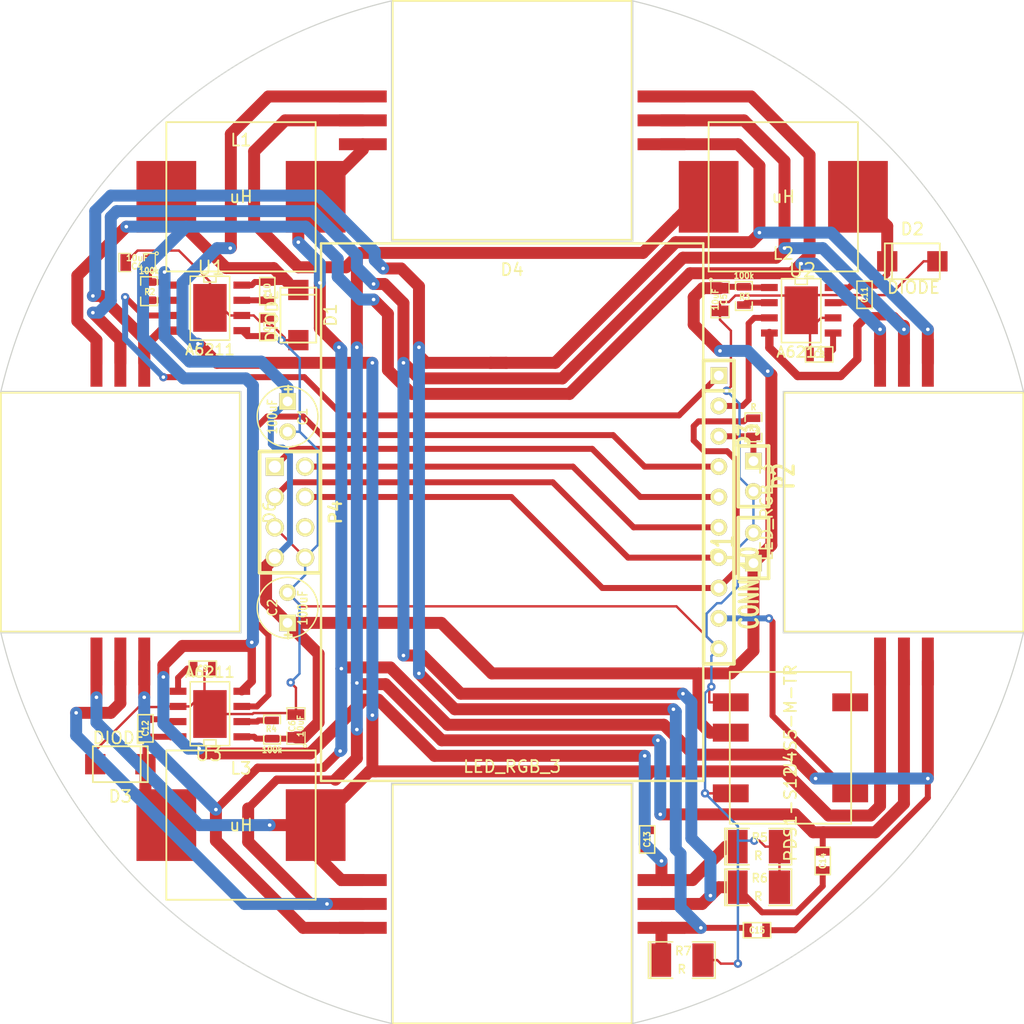
<source format=kicad_pcb>
(kicad_pcb (version 20171130) (host pcbnew "(5.1.12)-1")

  (general
    (thickness 1.6)
    (drawings 22)
    (tracks 591)
    (zones 0)
    (modules 39)
    (nets 30)
  )

  (page A3)
  (layers
    (0 F.Cu signal)
    (31 B.Cu signal)
    (32 B.Adhes user hide)
    (33 F.Adhes user hide)
    (34 B.Paste user hide)
    (35 F.Paste user hide)
    (36 B.SilkS user hide)
    (37 F.SilkS user hide)
    (38 B.Mask user hide)
    (39 F.Mask user hide)
    (40 Dwgs.User user hide)
    (41 Cmts.User user hide)
    (42 Eco1.User user hide)
    (43 Eco2.User user hide)
    (44 Edge.Cuts user)
  )

  (setup
    (last_trace_width 0.2)
    (user_trace_width 0.3)
    (user_trace_width 0.4)
    (user_trace_width 0.5)
    (user_trace_width 0.7)
    (user_trace_width 1)
    (user_trace_width 2)
    (trace_clearance 0.2)
    (zone_clearance 0.4)
    (zone_45_only no)
    (trace_min 0.2)
    (via_size 0.7)
    (via_drill 0.3)
    (via_min_size 0.7)
    (via_min_drill 0.3)
    (uvia_size 0.508)
    (uvia_drill 0.127)
    (uvias_allowed no)
    (uvia_min_size 0.508)
    (uvia_min_drill 0.127)
    (edge_width 0.1)
    (segment_width 0.2)
    (pcb_text_width 0.3)
    (pcb_text_size 1.5 1.5)
    (mod_edge_width 0.15)
    (mod_text_size 1 1)
    (mod_text_width 0.15)
    (pad_size 1.5 3)
    (pad_drill 0)
    (pad_to_mask_clearance 0)
    (aux_axis_origin 0 0)
    (visible_elements 7FFFFFFD)
    (pcbplotparams
      (layerselection 0x00030_ffffffff)
      (usegerberextensions true)
      (usegerberattributes true)
      (usegerberadvancedattributes true)
      (creategerberjobfile true)
      (excludeedgelayer true)
      (linewidth 0.150000)
      (plotframeref false)
      (viasonmask false)
      (mode 1)
      (useauxorigin false)
      (hpglpennumber 1)
      (hpglpenspeed 20)
      (hpglpendiameter 15.000000)
      (psnegative false)
      (psa4output false)
      (plotreference false)
      (plotvalue false)
      (plotinvisibletext false)
      (padsonsilk false)
      (subtractmaskfromsilk false)
      (outputformat 1)
      (mirror false)
      (drillshape 0)
      (scaleselection 1)
      (outputdirectory "gerbers/"))
  )

  (net 0 "")
  (net 1 /12V)
  (net 2 /3.3V)
  (net 3 /5V)
  (net 4 /GPIO0)
  (net 5 /GPIO12)
  (net 6 /GPIO13)
  (net 7 /GPIO14)
  (net 8 /GPIO15)
  (net 9 /GPIO16)
  (net 10 /GPIO2)
  (net 11 GND)
  (net 12 N-000001)
  (net 13 N-0000010)
  (net 14 N-0000011)
  (net 15 N-0000012)
  (net 16 N-0000018)
  (net 17 N-0000019)
  (net 18 N-000002)
  (net 19 N-0000020)
  (net 20 N-0000021)
  (net 21 N-0000022)
  (net 22 N-0000023)
  (net 23 N-000003)
  (net 24 N-000004)
  (net 25 N-000005)
  (net 26 N-000006)
  (net 27 N-000007)
  (net 28 N-000008)
  (net 29 N-000009)

  (net_class Default "This is the default net class."
    (clearance 0.2)
    (trace_width 0.2)
    (via_dia 0.7)
    (via_drill 0.3)
    (uvia_dia 0.508)
    (uvia_drill 0.127)
    (add_net /12V)
    (add_net /3.3V)
    (add_net /5V)
    (add_net /GPIO0)
    (add_net /GPIO12)
    (add_net /GPIO13)
    (add_net /GPIO14)
    (add_net /GPIO15)
    (add_net /GPIO16)
    (add_net /GPIO2)
    (add_net GND)
    (add_net N-000001)
    (add_net N-0000010)
    (add_net N-0000011)
    (add_net N-0000012)
    (add_net N-0000018)
    (add_net N-0000019)
    (add_net N-000002)
    (add_net N-0000020)
    (add_net N-0000021)
    (add_net N-0000022)
    (add_net N-0000023)
    (add_net N-000003)
    (add_net N-000004)
    (add_net N-000005)
    (add_net N-000006)
    (add_net N-000007)
    (add_net N-000008)
    (add_net N-000009)
  )

  (module SO8_WITH_EP (layer F.Cu) (tedit 4F33A7F1) (tstamp 55CA1507)
    (at 174.7 132.9 270)
    (descr "SO8 with exposed pad")
    (tags "SMD SO8")
    (path /55CA077A)
    (attr smd)
    (fp_text reference U1 (at -3.35026 -0.09906) (layer F.SilkS)
      (effects (font (size 1.143 1.143) (thickness 0.1524)))
    )
    (fp_text value A6211 (at 3.50012 0) (layer F.SilkS)
      (effects (font (size 0.889 0.889) (thickness 0.1524)))
    )
    (fp_line (start 2.70002 1.651) (end -2.64922 1.651) (layer F.SilkS) (width 0.127))
    (fp_line (start -2.64922 -1.651) (end 2.70002 -1.651) (layer F.SilkS) (width 0.127))
    (fp_line (start 2.70002 -1.651) (end 2.70002 1.651) (layer F.SilkS) (width 0.127))
    (fp_line (start -2.64922 -1.651) (end -2.64922 1.651) (layer F.SilkS) (width 0.127))
    (fp_line (start -2.667 -0.508) (end -2.159 -0.508) (layer F.SilkS) (width 0.127))
    (fp_line (start -2.159 -0.508) (end -2.159 0.508) (layer F.SilkS) (width 0.127))
    (fp_line (start -2.159 0.508) (end -2.667 0.508) (layer F.SilkS) (width 0.127))
    (pad 8 smd rect (at -1.905 -2.667 270) (size 0.59944 1.39954) (layers F.Cu F.Paste F.Mask)
      (net 29 N-000009))
    (pad 1 smd rect (at -1.905 2.667 270) (size 0.59944 1.39954) (layers F.Cu F.Paste F.Mask)
      (net 1 /12V))
    (pad 7 smd rect (at -0.635 -2.667 270) (size 0.59944 1.39954) (layers F.Cu F.Paste F.Mask)
      (net 28 N-000008))
    (pad 6 smd rect (at 0.635 -2.667 270) (size 0.59944 1.39954) (layers F.Cu F.Paste F.Mask)
      (net 11 GND))
    (pad 5 smd rect (at 1.905 -2.667 270) (size 0.59944 1.39954) (layers F.Cu F.Paste F.Mask)
      (net 16 N-0000018))
    (pad 2 smd rect (at -0.635 2.667 270) (size 0.59944 1.39954) (layers F.Cu F.Paste F.Mask)
      (net 19 N-0000020))
    (pad 3 smd rect (at 0.635 2.667 270) (size 0.59944 1.39954) (layers F.Cu F.Paste F.Mask)
      (net 7 /GPIO14))
    (pad 4 smd rect (at 1.905 2.667 270) (size 0.59944 1.39954) (layers F.Cu F.Paste F.Mask)
      (net 20 N-0000021))
    (pad 9 smd rect (at 0 0 270) (size 4.0005 2.79908) (layers F.Cu F.Paste F.Mask)
      (net 11 GND))
    (model smd/cms_so8.wrl
      (at (xyz 0 0 0))
      (scale (xyz 0.5 0.32 0.5))
      (rotate (xyz 0 0 0))
    )
  )

  (module SO8_WITH_EP (layer F.Cu) (tedit 4F33A7F1) (tstamp 55CA151B)
    (at 174.7 166.9 90)
    (descr "SO8 with exposed pad")
    (tags "SMD SO8")
    (path /55C9F4C6)
    (attr smd)
    (fp_text reference U3 (at -3.35026 -0.09906 180) (layer F.SilkS)
      (effects (font (size 1.143 1.143) (thickness 0.1524)))
    )
    (fp_text value A6211 (at 3.50012 0 180) (layer F.SilkS)
      (effects (font (size 0.889 0.889) (thickness 0.1524)))
    )
    (fp_line (start 2.70002 1.651) (end -2.64922 1.651) (layer F.SilkS) (width 0.127))
    (fp_line (start -2.64922 -1.651) (end 2.70002 -1.651) (layer F.SilkS) (width 0.127))
    (fp_line (start 2.70002 -1.651) (end 2.70002 1.651) (layer F.SilkS) (width 0.127))
    (fp_line (start -2.64922 -1.651) (end -2.64922 1.651) (layer F.SilkS) (width 0.127))
    (fp_line (start -2.667 -0.508) (end -2.159 -0.508) (layer F.SilkS) (width 0.127))
    (fp_line (start -2.159 -0.508) (end -2.159 0.508) (layer F.SilkS) (width 0.127))
    (fp_line (start -2.159 0.508) (end -2.667 0.508) (layer F.SilkS) (width 0.127))
    (pad 8 smd rect (at -1.905 -2.667 90) (size 0.59944 1.39954) (layers F.Cu F.Paste F.Mask)
      (net 14 N-0000011))
    (pad 1 smd rect (at -1.905 2.667 90) (size 0.59944 1.39954) (layers F.Cu F.Paste F.Mask)
      (net 1 /12V))
    (pad 7 smd rect (at -0.635 -2.667 90) (size 0.59944 1.39954) (layers F.Cu F.Paste F.Mask)
      (net 13 N-0000010))
    (pad 6 smd rect (at 0.635 -2.667 90) (size 0.59944 1.39954) (layers F.Cu F.Paste F.Mask)
      (net 11 GND))
    (pad 5 smd rect (at 1.905 -2.667 90) (size 0.59944 1.39954) (layers F.Cu F.Paste F.Mask)
      (net 25 N-000005))
    (pad 2 smd rect (at -0.635 2.667 90) (size 0.59944 1.39954) (layers F.Cu F.Paste F.Mask)
      (net 26 N-000006))
    (pad 3 smd rect (at 0.635 2.667 90) (size 0.59944 1.39954) (layers F.Cu F.Paste F.Mask)
      (net 6 /GPIO13))
    (pad 4 smd rect (at 1.905 2.667 90) (size 0.59944 1.39954) (layers F.Cu F.Paste F.Mask)
      (net 21 N-0000022))
    (pad 9 smd rect (at 0 0 90) (size 4.0005 2.79908) (layers F.Cu F.Paste F.Mask)
      (net 11 GND))
    (model smd/cms_so8.wrl
      (at (xyz 0 0 0))
      (scale (xyz 0.5 0.32 0.5))
      (rotate (xyz 0 0 0))
    )
  )

  (module SO8_WITH_EP (layer F.Cu) (tedit 4F33A7F1) (tstamp 55CA152F)
    (at 224.2 133.1 270)
    (descr "SO8 with exposed pad")
    (tags "SMD SO8")
    (path /55CA069B)
    (attr smd)
    (fp_text reference U2 (at -3.35026 -0.09906) (layer F.SilkS)
      (effects (font (size 1.143 1.143) (thickness 0.1524)))
    )
    (fp_text value A6211 (at 3.50012 0) (layer F.SilkS)
      (effects (font (size 0.889 0.889) (thickness 0.1524)))
    )
    (fp_line (start 2.70002 1.651) (end -2.64922 1.651) (layer F.SilkS) (width 0.127))
    (fp_line (start -2.64922 -1.651) (end 2.70002 -1.651) (layer F.SilkS) (width 0.127))
    (fp_line (start 2.70002 -1.651) (end 2.70002 1.651) (layer F.SilkS) (width 0.127))
    (fp_line (start -2.64922 -1.651) (end -2.64922 1.651) (layer F.SilkS) (width 0.127))
    (fp_line (start -2.667 -0.508) (end -2.159 -0.508) (layer F.SilkS) (width 0.127))
    (fp_line (start -2.159 -0.508) (end -2.159 0.508) (layer F.SilkS) (width 0.127))
    (fp_line (start -2.159 0.508) (end -2.667 0.508) (layer F.SilkS) (width 0.127))
    (pad 8 smd rect (at -1.905 -2.667 270) (size 0.59944 1.39954) (layers F.Cu F.Paste F.Mask)
      (net 23 N-000003))
    (pad 1 smd rect (at -1.905 2.667 270) (size 0.59944 1.39954) (layers F.Cu F.Paste F.Mask)
      (net 1 /12V))
    (pad 7 smd rect (at -0.635 -2.667 270) (size 0.59944 1.39954) (layers F.Cu F.Paste F.Mask)
      (net 18 N-000002))
    (pad 6 smd rect (at 0.635 -2.667 270) (size 0.59944 1.39954) (layers F.Cu F.Paste F.Mask)
      (net 11 GND))
    (pad 5 smd rect (at 1.905 -2.667 270) (size 0.59944 1.39954) (layers F.Cu F.Paste F.Mask)
      (net 27 N-000007))
    (pad 2 smd rect (at -0.635 2.667 270) (size 0.59944 1.39954) (layers F.Cu F.Paste F.Mask)
      (net 24 N-000004))
    (pad 3 smd rect (at 0.635 2.667 270) (size 0.59944 1.39954) (layers F.Cu F.Paste F.Mask)
      (net 5 /GPIO12))
    (pad 4 smd rect (at 1.905 2.667 270) (size 0.59944 1.39954) (layers F.Cu F.Paste F.Mask)
      (net 12 N-000001))
    (pad 9 smd rect (at 0 0 270) (size 4.0005 2.79908) (layers F.Cu F.Paste F.Mask)
      (net 11 GND))
    (model smd/cms_so8.wrl
      (at (xyz 0 0 0))
      (scale (xyz 0.5 0.32 0.5))
      (rotate (xyz 0 0 0))
    )
  )

  (module SM1210L (layer F.Cu) (tedit 51014C14) (tstamp 55CA153C)
    (at 214.2 187.5)
    (tags "CMS SM")
    (path /55C9FBF4)
    (attr smd)
    (fp_text reference R7 (at 0.127 -0.762) (layer F.SilkS)
      (effects (font (size 0.7 0.7) (thickness 0.127)))
    )
    (fp_text value R (at 0 0.762) (layer F.SilkS)
      (effects (font (size 0.7 0.7) (thickness 0.127)))
    )
    (fp_line (start -2.794 -1.524) (end -2.794 1.524) (layer F.SilkS) (width 0.127))
    (fp_line (start 0.889 1.524) (end 2.794 1.524) (layer F.SilkS) (width 0.127))
    (fp_line (start 2.794 1.524) (end 2.794 -1.524) (layer F.SilkS) (width 0.127))
    (fp_line (start 2.794 -1.524) (end 0.889 -1.524) (layer F.SilkS) (width 0.127))
    (fp_line (start -0.762 -1.524) (end -2.794 -1.524) (layer F.SilkS) (width 0.127))
    (fp_line (start -2.594 -1.524) (end -2.594 1.524) (layer F.SilkS) (width 0.127))
    (fp_line (start -2.794 1.524) (end -0.762 1.524) (layer F.SilkS) (width 0.127))
    (pad 1 smd rect (at -1.778 0) (size 1.778 2.794) (layers F.Cu F.Paste F.Mask)
      (net 20 N-0000021))
    (pad 2 smd rect (at 1.778 0) (size 1.778 2.794) (layers F.Cu F.Paste F.Mask)
      (net 11 GND))
    (model smd/chip_cms.wrl
      (at (xyz 0 0 0))
      (scale (xyz 0.2 0.2 0.2))
      (rotate (xyz 0 0 0))
    )
  )

  (module SM1210L (layer F.Cu) (tedit 51014C14) (tstamp 55CA1549)
    (at 220.6 181.4)
    (tags "CMS SM")
    (path /55C9FBEE)
    (attr smd)
    (fp_text reference R6 (at 0.127 -0.762) (layer F.SilkS)
      (effects (font (size 0.7 0.7) (thickness 0.127)))
    )
    (fp_text value R (at 0 0.762) (layer F.SilkS)
      (effects (font (size 0.7 0.7) (thickness 0.127)))
    )
    (fp_line (start -2.794 -1.524) (end -2.794 1.524) (layer F.SilkS) (width 0.127))
    (fp_line (start 0.889 1.524) (end 2.794 1.524) (layer F.SilkS) (width 0.127))
    (fp_line (start 2.794 1.524) (end 2.794 -1.524) (layer F.SilkS) (width 0.127))
    (fp_line (start 2.794 -1.524) (end 0.889 -1.524) (layer F.SilkS) (width 0.127))
    (fp_line (start -0.762 -1.524) (end -2.794 -1.524) (layer F.SilkS) (width 0.127))
    (fp_line (start -2.594 -1.524) (end -2.594 1.524) (layer F.SilkS) (width 0.127))
    (fp_line (start -2.794 1.524) (end -0.762 1.524) (layer F.SilkS) (width 0.127))
    (pad 1 smd rect (at -1.778 0) (size 1.778 2.794) (layers F.Cu F.Paste F.Mask)
      (net 12 N-000001))
    (pad 2 smd rect (at 1.778 0) (size 1.778 2.794) (layers F.Cu F.Paste F.Mask)
      (net 11 GND))
    (model smd/chip_cms.wrl
      (at (xyz 0 0 0))
      (scale (xyz 0.2 0.2 0.2))
      (rotate (xyz 0 0 0))
    )
  )

  (module SM1210L (layer F.Cu) (tedit 51014C14) (tstamp 55CA1556)
    (at 220.6 178)
    (tags "CMS SM")
    (path /55C9FBE1)
    (attr smd)
    (fp_text reference R5 (at 0.127 -0.762) (layer F.SilkS)
      (effects (font (size 0.7 0.7) (thickness 0.127)))
    )
    (fp_text value R (at 0 0.762) (layer F.SilkS)
      (effects (font (size 0.7 0.7) (thickness 0.127)))
    )
    (fp_line (start -2.794 -1.524) (end -2.794 1.524) (layer F.SilkS) (width 0.127))
    (fp_line (start 0.889 1.524) (end 2.794 1.524) (layer F.SilkS) (width 0.127))
    (fp_line (start 2.794 1.524) (end 2.794 -1.524) (layer F.SilkS) (width 0.127))
    (fp_line (start 2.794 -1.524) (end 0.889 -1.524) (layer F.SilkS) (width 0.127))
    (fp_line (start -0.762 -1.524) (end -2.794 -1.524) (layer F.SilkS) (width 0.127))
    (fp_line (start -2.594 -1.524) (end -2.594 1.524) (layer F.SilkS) (width 0.127))
    (fp_line (start -2.794 1.524) (end -0.762 1.524) (layer F.SilkS) (width 0.127))
    (pad 1 smd rect (at -1.778 0) (size 1.778 2.794) (layers F.Cu F.Paste F.Mask)
      (net 21 N-0000022))
    (pad 2 smd rect (at 1.778 0) (size 1.778 2.794) (layers F.Cu F.Paste F.Mask)
      (net 11 GND))
    (model smd/chip_cms.wrl
      (at (xyz 0 0 0))
      (scale (xyz 0.2 0.2 0.2))
      (rotate (xyz 0 0 0))
    )
  )

  (module SM0805 (layer F.Cu) (tedit 5091495C) (tstamp 55CA156D)
    (at 217.4 132.2 270)
    (path /55CA06D8)
    (attr smd)
    (fp_text reference C5 (at 0 -0.3175 270) (layer F.SilkS)
      (effects (font (size 0.50038 0.50038) (thickness 0.10922)))
    )
    (fp_text value 10uF (at 0 0.381 270) (layer F.SilkS)
      (effects (font (size 0.50038 0.50038) (thickness 0.10922)))
    )
    (fp_circle (center -1.651 0.762) (end -1.651 0.635) (layer F.SilkS) (width 0.09906))
    (fp_line (start -0.508 0.762) (end -1.524 0.762) (layer F.SilkS) (width 0.09906))
    (fp_line (start -1.524 0.762) (end -1.524 -0.762) (layer F.SilkS) (width 0.09906))
    (fp_line (start -1.524 -0.762) (end -0.508 -0.762) (layer F.SilkS) (width 0.09906))
    (fp_line (start 0.508 -0.762) (end 1.524 -0.762) (layer F.SilkS) (width 0.09906))
    (fp_line (start 1.524 -0.762) (end 1.524 0.762) (layer F.SilkS) (width 0.09906))
    (fp_line (start 1.524 0.762) (end 0.508 0.762) (layer F.SilkS) (width 0.09906))
    (pad 1 smd rect (at -0.9525 0 270) (size 0.889 1.397) (layers F.Cu F.Paste F.Mask)
      (net 1 /12V))
    (pad 2 smd rect (at 0.9525 0 270) (size 0.889 1.397) (layers F.Cu F.Paste F.Mask)
      (net 11 GND))
    (model smd/chip_cms.wrl
      (at (xyz 0 0 0))
      (scale (xyz 0.1 0.1 0.1))
      (rotate (xyz 0 0 0))
    )
  )

  (module SM0805 (layer F.Cu) (tedit 5091495C) (tstamp 55CA157A)
    (at 181.9 167.9 90)
    (path /55CA0224)
    (attr smd)
    (fp_text reference C6 (at 0 -0.3175 90) (layer F.SilkS)
      (effects (font (size 0.50038 0.50038) (thickness 0.10922)))
    )
    (fp_text value 10uF (at 0 0.381 90) (layer F.SilkS)
      (effects (font (size 0.50038 0.50038) (thickness 0.10922)))
    )
    (fp_circle (center -1.651 0.762) (end -1.651 0.635) (layer F.SilkS) (width 0.09906))
    (fp_line (start -0.508 0.762) (end -1.524 0.762) (layer F.SilkS) (width 0.09906))
    (fp_line (start -1.524 0.762) (end -1.524 -0.762) (layer F.SilkS) (width 0.09906))
    (fp_line (start -1.524 -0.762) (end -0.508 -0.762) (layer F.SilkS) (width 0.09906))
    (fp_line (start 0.508 -0.762) (end 1.524 -0.762) (layer F.SilkS) (width 0.09906))
    (fp_line (start 1.524 -0.762) (end 1.524 0.762) (layer F.SilkS) (width 0.09906))
    (fp_line (start 1.524 0.762) (end 0.508 0.762) (layer F.SilkS) (width 0.09906))
    (pad 1 smd rect (at -0.9525 0 90) (size 0.889 1.397) (layers F.Cu F.Paste F.Mask)
      (net 1 /12V))
    (pad 2 smd rect (at 0.9525 0 90) (size 0.889 1.397) (layers F.Cu F.Paste F.Mask)
      (net 11 GND))
    (model smd/chip_cms.wrl
      (at (xyz 0 0 0))
      (scale (xyz 0.1 0.1 0.1))
      (rotate (xyz 0 0 0))
    )
  )

  (module SM0805 (layer F.Cu) (tedit 5091495C) (tstamp 55CA1587)
    (at 168.6 129.1 180)
    (path /55CA07B7)
    (attr smd)
    (fp_text reference C4 (at 0 -0.3175 180) (layer F.SilkS)
      (effects (font (size 0.50038 0.50038) (thickness 0.10922)))
    )
    (fp_text value 10uF (at 0 0.381 180) (layer F.SilkS)
      (effects (font (size 0.50038 0.50038) (thickness 0.10922)))
    )
    (fp_circle (center -1.651 0.762) (end -1.651 0.635) (layer F.SilkS) (width 0.09906))
    (fp_line (start -0.508 0.762) (end -1.524 0.762) (layer F.SilkS) (width 0.09906))
    (fp_line (start -1.524 0.762) (end -1.524 -0.762) (layer F.SilkS) (width 0.09906))
    (fp_line (start -1.524 -0.762) (end -0.508 -0.762) (layer F.SilkS) (width 0.09906))
    (fp_line (start 0.508 -0.762) (end 1.524 -0.762) (layer F.SilkS) (width 0.09906))
    (fp_line (start 1.524 -0.762) (end 1.524 0.762) (layer F.SilkS) (width 0.09906))
    (fp_line (start 1.524 0.762) (end 0.508 0.762) (layer F.SilkS) (width 0.09906))
    (pad 1 smd rect (at -0.9525 0 180) (size 0.889 1.397) (layers F.Cu F.Paste F.Mask)
      (net 1 /12V))
    (pad 2 smd rect (at 0.9525 0 180) (size 0.889 1.397) (layers F.Cu F.Paste F.Mask)
      (net 11 GND))
    (model smd/chip_cms.wrl
      (at (xyz 0 0 0))
      (scale (xyz 0.1 0.1 0.1))
      (rotate (xyz 0 0 0))
    )
  )

  (module SM0603_Resistor (layer F.Cu) (tedit 5051B21B) (tstamp 55CA1593)
    (at 169.6 131.5 270)
    (path /55CA07AA)
    (attr smd)
    (fp_text reference R2 (at 0.0635 -0.0635) (layer F.SilkS)
      (effects (font (size 0.50038 0.4572) (thickness 0.1143)))
    )
    (fp_text value 100k (at -1.69926 0) (layer F.SilkS)
      (effects (font (size 0.508 0.4572) (thickness 0.1143)))
    )
    (fp_line (start -0.50038 -0.6985) (end -1.2065 -0.6985) (layer F.SilkS) (width 0.127))
    (fp_line (start -1.2065 -0.6985) (end -1.2065 0.6985) (layer F.SilkS) (width 0.127))
    (fp_line (start -1.2065 0.6985) (end -0.50038 0.6985) (layer F.SilkS) (width 0.127))
    (fp_line (start 1.2065 -0.6985) (end 0.50038 -0.6985) (layer F.SilkS) (width 0.127))
    (fp_line (start 1.2065 -0.6985) (end 1.2065 0.6985) (layer F.SilkS) (width 0.127))
    (fp_line (start 1.2065 0.6985) (end 0.50038 0.6985) (layer F.SilkS) (width 0.127))
    (pad 1 smd rect (at -0.762 0 270) (size 0.635 1.143) (layers F.Cu F.Paste F.Mask)
      (net 1 /12V))
    (pad 2 smd rect (at 0.762 0 270) (size 0.635 1.143) (layers F.Cu F.Paste F.Mask)
      (net 19 N-0000020))
    (model smd\resistors\R0603.wrl
      (offset (xyz 0 0 0.02539999961853028))
      (scale (xyz 0.5 0.5 0.5))
      (rotate (xyz 0 0 0))
    )
  )

  (module SM0603_Resistor (layer F.Cu) (tedit 5051B21B) (tstamp 55CA159F)
    (at 219.4 131.9 270)
    (path /55CA06CB)
    (attr smd)
    (fp_text reference R3 (at 0.0635 -0.0635) (layer F.SilkS)
      (effects (font (size 0.50038 0.4572) (thickness 0.1143)))
    )
    (fp_text value 100k (at -1.69926 0) (layer F.SilkS)
      (effects (font (size 0.508 0.4572) (thickness 0.1143)))
    )
    (fp_line (start -0.50038 -0.6985) (end -1.2065 -0.6985) (layer F.SilkS) (width 0.127))
    (fp_line (start -1.2065 -0.6985) (end -1.2065 0.6985) (layer F.SilkS) (width 0.127))
    (fp_line (start -1.2065 0.6985) (end -0.50038 0.6985) (layer F.SilkS) (width 0.127))
    (fp_line (start 1.2065 -0.6985) (end 0.50038 -0.6985) (layer F.SilkS) (width 0.127))
    (fp_line (start 1.2065 -0.6985) (end 1.2065 0.6985) (layer F.SilkS) (width 0.127))
    (fp_line (start 1.2065 0.6985) (end 0.50038 0.6985) (layer F.SilkS) (width 0.127))
    (pad 1 smd rect (at -0.762 0 270) (size 0.635 1.143) (layers F.Cu F.Paste F.Mask)
      (net 1 /12V))
    (pad 2 smd rect (at 0.762 0 270) (size 0.635 1.143) (layers F.Cu F.Paste F.Mask)
      (net 24 N-000004))
    (model smd\resistors\R0603.wrl
      (offset (xyz 0 0 0.02539999961853028))
      (scale (xyz 0.5 0.5 0.5))
      (rotate (xyz 0 0 0))
    )
  )

  (module SM0603_Resistor (layer F.Cu) (tedit 5051B21B) (tstamp 55CA15AB)
    (at 220.2 142.9 270)
    (path /55C9F02F)
    (attr smd)
    (fp_text reference R1 (at 0.0635 -0.0635) (layer F.SilkS)
      (effects (font (size 0.50038 0.4572) (thickness 0.1143)))
    )
    (fp_text value R (at -1.69926 0) (layer F.SilkS)
      (effects (font (size 0.508 0.4572) (thickness 0.1143)))
    )
    (fp_line (start -0.50038 -0.6985) (end -1.2065 -0.6985) (layer F.SilkS) (width 0.127))
    (fp_line (start -1.2065 -0.6985) (end -1.2065 0.6985) (layer F.SilkS) (width 0.127))
    (fp_line (start -1.2065 0.6985) (end -0.50038 0.6985) (layer F.SilkS) (width 0.127))
    (fp_line (start 1.2065 -0.6985) (end 0.50038 -0.6985) (layer F.SilkS) (width 0.127))
    (fp_line (start 1.2065 -0.6985) (end 1.2065 0.6985) (layer F.SilkS) (width 0.127))
    (fp_line (start 1.2065 0.6985) (end 0.50038 0.6985) (layer F.SilkS) (width 0.127))
    (pad 1 smd rect (at -0.762 0 270) (size 0.635 1.143) (layers F.Cu F.Paste F.Mask)
      (net 2 /3.3V))
    (pad 2 smd rect (at 0.762 0 270) (size 0.635 1.143) (layers F.Cu F.Paste F.Mask)
      (net 9 /GPIO16))
    (model smd\resistors\R0603.wrl
      (offset (xyz 0 0 0.02539999961853028))
      (scale (xyz 0.5 0.5 0.5))
      (rotate (xyz 0 0 0))
    )
  )

  (module SM0603_Resistor (layer F.Cu) (tedit 5051B21B) (tstamp 55CA15B7)
    (at 179.9 168.2 90)
    (path /55CA011F)
    (attr smd)
    (fp_text reference R4 (at 0.0635 -0.0635 180) (layer F.SilkS)
      (effects (font (size 0.50038 0.4572) (thickness 0.1143)))
    )
    (fp_text value 100k (at -1.69926 0 180) (layer F.SilkS)
      (effects (font (size 0.508 0.4572) (thickness 0.1143)))
    )
    (fp_line (start -0.50038 -0.6985) (end -1.2065 -0.6985) (layer F.SilkS) (width 0.127))
    (fp_line (start -1.2065 -0.6985) (end -1.2065 0.6985) (layer F.SilkS) (width 0.127))
    (fp_line (start -1.2065 0.6985) (end -0.50038 0.6985) (layer F.SilkS) (width 0.127))
    (fp_line (start 1.2065 -0.6985) (end 0.50038 -0.6985) (layer F.SilkS) (width 0.127))
    (fp_line (start 1.2065 -0.6985) (end 1.2065 0.6985) (layer F.SilkS) (width 0.127))
    (fp_line (start 1.2065 0.6985) (end 0.50038 0.6985) (layer F.SilkS) (width 0.127))
    (pad 1 smd rect (at -0.762 0 90) (size 0.635 1.143) (layers F.Cu F.Paste F.Mask)
      (net 1 /12V))
    (pad 2 smd rect (at 0.762 0 90) (size 0.635 1.143) (layers F.Cu F.Paste F.Mask)
      (net 26 N-000006))
    (model smd\resistors\R0603.wrl
      (offset (xyz 0 0 0.02539999961853028))
      (scale (xyz 0.5 0.5 0.5))
      (rotate (xyz 0 0 0))
    )
  )

  (module SM0603 (layer F.Cu) (tedit 4E43A3D1) (tstamp 55CA732C)
    (at 211.3 177.4 270)
    (path /55CA051D)
    (attr smd)
    (fp_text reference C13 (at 0 0 270) (layer F.SilkS)
      (effects (font (size 0.508 0.4572) (thickness 0.1143)))
    )
    (fp_text value 1uF (at 0 0 270) (layer F.SilkS) hide
      (effects (font (size 0.508 0.4572) (thickness 0.1143)))
    )
    (fp_line (start -1.143 -0.635) (end 1.143 -0.635) (layer F.SilkS) (width 0.127))
    (fp_line (start 1.143 -0.635) (end 1.143 0.635) (layer F.SilkS) (width 0.127))
    (fp_line (start 1.143 0.635) (end -1.143 0.635) (layer F.SilkS) (width 0.127))
    (fp_line (start -1.143 0.635) (end -1.143 -0.635) (layer F.SilkS) (width 0.127))
    (pad 1 smd rect (at -0.762 0 270) (size 0.635 1.143) (layers F.Cu F.Paste F.Mask)
      (net 15 N-0000012))
    (pad 2 smd rect (at 0.762 0 270) (size 0.635 1.143) (layers F.Cu F.Paste F.Mask)
      (net 21 N-0000022))
    (model smd\resistors\R0603.wrl
      (offset (xyz 0 0 0.02539999961853028))
      (scale (xyz 0.5 0.5 0.5))
      (rotate (xyz 0 0 0))
    )
  )

  (module SM0603 (layer F.Cu) (tedit 4E43A3D1) (tstamp 55CA15CB)
    (at 226 179.2 270)
    (path /55CA0517)
    (attr smd)
    (fp_text reference C14 (at 0 0 270) (layer F.SilkS)
      (effects (font (size 0.508 0.4572) (thickness 0.1143)))
    )
    (fp_text value 1uF (at 0 0 270) (layer F.SilkS) hide
      (effects (font (size 0.508 0.4572) (thickness 0.1143)))
    )
    (fp_line (start -1.143 -0.635) (end 1.143 -0.635) (layer F.SilkS) (width 0.127))
    (fp_line (start 1.143 -0.635) (end 1.143 0.635) (layer F.SilkS) (width 0.127))
    (fp_line (start 1.143 0.635) (end -1.143 0.635) (layer F.SilkS) (width 0.127))
    (fp_line (start -1.143 0.635) (end -1.143 -0.635) (layer F.SilkS) (width 0.127))
    (pad 1 smd rect (at -0.762 0 270) (size 0.635 1.143) (layers F.Cu F.Paste F.Mask)
      (net 22 N-0000023))
    (pad 2 smd rect (at 0.762 0 270) (size 0.635 1.143) (layers F.Cu F.Paste F.Mask)
      (net 12 N-000001))
    (model smd\resistors\R0603.wrl
      (offset (xyz 0 0 0.02539999961853028))
      (scale (xyz 0.5 0.5 0.5))
      (rotate (xyz 0 0 0))
    )
  )

  (module SM0603 (layer F.Cu) (tedit 4E43A3D1) (tstamp 55CA15D5)
    (at 229.5 131.8 90)
    (path /55CA06B7)
    (attr smd)
    (fp_text reference C11 (at 0 0 90) (layer F.SilkS)
      (effects (font (size 0.508 0.4572) (thickness 0.1143)))
    )
    (fp_text value 100nF (at 0 0 90) (layer F.SilkS) hide
      (effects (font (size 0.508 0.4572) (thickness 0.1143)))
    )
    (fp_line (start -1.143 -0.635) (end 1.143 -0.635) (layer F.SilkS) (width 0.127))
    (fp_line (start 1.143 -0.635) (end 1.143 0.635) (layer F.SilkS) (width 0.127))
    (fp_line (start 1.143 0.635) (end -1.143 0.635) (layer F.SilkS) (width 0.127))
    (fp_line (start -1.143 0.635) (end -1.143 -0.635) (layer F.SilkS) (width 0.127))
    (pad 1 smd rect (at -0.762 0 90) (size 0.635 1.143) (layers F.Cu F.Paste F.Mask)
      (net 18 N-000002))
    (pad 2 smd rect (at 0.762 0 90) (size 0.635 1.143) (layers F.Cu F.Paste F.Mask)
      (net 23 N-000003))
    (model smd\resistors\R0603.wrl
      (offset (xyz 0 0 0.02539999961853028))
      (scale (xyz 0.5 0.5 0.5))
      (rotate (xyz 0 0 0))
    )
  )

  (module SM0603 (layer F.Cu) (tedit 4E43A3D1) (tstamp 55CA15DF)
    (at 179.5 131.5 90)
    (path /55CA0796)
    (attr smd)
    (fp_text reference C10 (at 0 0 90) (layer F.SilkS)
      (effects (font (size 0.508 0.4572) (thickness 0.1143)))
    )
    (fp_text value 100nF (at 0 0 90) (layer F.SilkS) hide
      (effects (font (size 0.508 0.4572) (thickness 0.1143)))
    )
    (fp_line (start -1.143 -0.635) (end 1.143 -0.635) (layer F.SilkS) (width 0.127))
    (fp_line (start 1.143 -0.635) (end 1.143 0.635) (layer F.SilkS) (width 0.127))
    (fp_line (start 1.143 0.635) (end -1.143 0.635) (layer F.SilkS) (width 0.127))
    (fp_line (start -1.143 0.635) (end -1.143 -0.635) (layer F.SilkS) (width 0.127))
    (pad 1 smd rect (at -0.762 0 90) (size 0.635 1.143) (layers F.Cu F.Paste F.Mask)
      (net 28 N-000008))
    (pad 2 smd rect (at 0.762 0 90) (size 0.635 1.143) (layers F.Cu F.Paste F.Mask)
      (net 29 N-000009))
    (model smd\resistors\R0603.wrl
      (offset (xyz 0 0 0.02539999961853028))
      (scale (xyz 0.5 0.5 0.5))
      (rotate (xyz 0 0 0))
    )
  )

  (module SM0603 (layer F.Cu) (tedit 4E43A3D1) (tstamp 55CA15E9)
    (at 174.1 163.1)
    (path /55CA0422)
    (attr smd)
    (fp_text reference C9 (at 0 0) (layer F.SilkS)
      (effects (font (size 0.508 0.4572) (thickness 0.1143)))
    )
    (fp_text value 100nF (at 0 0) (layer F.SilkS) hide
      (effects (font (size 0.508 0.4572) (thickness 0.1143)))
    )
    (fp_line (start -1.143 -0.635) (end 1.143 -0.635) (layer F.SilkS) (width 0.127))
    (fp_line (start 1.143 -0.635) (end 1.143 0.635) (layer F.SilkS) (width 0.127))
    (fp_line (start 1.143 0.635) (end -1.143 0.635) (layer F.SilkS) (width 0.127))
    (fp_line (start -1.143 0.635) (end -1.143 -0.635) (layer F.SilkS) (width 0.127))
    (pad 1 smd rect (at -0.762 0) (size 0.635 1.143) (layers F.Cu F.Paste F.Mask)
      (net 25 N-000005))
    (pad 2 smd rect (at 0.762 0) (size 0.635 1.143) (layers F.Cu F.Paste F.Mask)
      (net 11 GND))
    (model smd\resistors\R0603.wrl
      (offset (xyz 0 0 0.02539999961853028))
      (scale (xyz 0.5 0.5 0.5))
      (rotate (xyz 0 0 0))
    )
  )

  (module SM0603 (layer F.Cu) (tedit 4E43A3D1) (tstamp 55CA15F3)
    (at 225.7 136.8 180)
    (path /55CA06F6)
    (attr smd)
    (fp_text reference C8 (at 0 0 180) (layer F.SilkS)
      (effects (font (size 0.508 0.4572) (thickness 0.1143)))
    )
    (fp_text value 100nF (at 0 0 180) (layer F.SilkS) hide
      (effects (font (size 0.508 0.4572) (thickness 0.1143)))
    )
    (fp_line (start -1.143 -0.635) (end 1.143 -0.635) (layer F.SilkS) (width 0.127))
    (fp_line (start 1.143 -0.635) (end 1.143 0.635) (layer F.SilkS) (width 0.127))
    (fp_line (start 1.143 0.635) (end -1.143 0.635) (layer F.SilkS) (width 0.127))
    (fp_line (start -1.143 0.635) (end -1.143 -0.635) (layer F.SilkS) (width 0.127))
    (pad 1 smd rect (at -0.762 0 180) (size 0.635 1.143) (layers F.Cu F.Paste F.Mask)
      (net 27 N-000007))
    (pad 2 smd rect (at 0.762 0 180) (size 0.635 1.143) (layers F.Cu F.Paste F.Mask)
      (net 11 GND))
    (model smd\resistors\R0603.wrl
      (offset (xyz 0 0 0.02539999961853028))
      (scale (xyz 0.5 0.5 0.5))
      (rotate (xyz 0 0 0))
    )
  )

  (module SM0603 (layer F.Cu) (tedit 4E43A3D1) (tstamp 55CA15FD)
    (at 169.3 168.1 270)
    (path /55C9F56A)
    (attr smd)
    (fp_text reference C12 (at 0 0 270) (layer F.SilkS)
      (effects (font (size 0.508 0.4572) (thickness 0.1143)))
    )
    (fp_text value 100nF (at 0 0 270) (layer F.SilkS) hide
      (effects (font (size 0.508 0.4572) (thickness 0.1143)))
    )
    (fp_line (start -1.143 -0.635) (end 1.143 -0.635) (layer F.SilkS) (width 0.127))
    (fp_line (start 1.143 -0.635) (end 1.143 0.635) (layer F.SilkS) (width 0.127))
    (fp_line (start 1.143 0.635) (end -1.143 0.635) (layer F.SilkS) (width 0.127))
    (fp_line (start -1.143 0.635) (end -1.143 -0.635) (layer F.SilkS) (width 0.127))
    (pad 1 smd rect (at -0.762 0 270) (size 0.635 1.143) (layers F.Cu F.Paste F.Mask)
      (net 13 N-0000010))
    (pad 2 smd rect (at 0.762 0 270) (size 0.635 1.143) (layers F.Cu F.Paste F.Mask)
      (net 14 N-0000011))
    (model smd\resistors\R0603.wrl
      (offset (xyz 0 0 0.02539999961853028))
      (scale (xyz 0.5 0.5 0.5))
      (rotate (xyz 0 0 0))
    )
  )

  (module SM0603 (layer F.Cu) (tedit 4E43A3D1) (tstamp 55CA1607)
    (at 179.5 134.5 90)
    (path /55CA07D5)
    (attr smd)
    (fp_text reference C7 (at 0 0 90) (layer F.SilkS)
      (effects (font (size 0.508 0.4572) (thickness 0.1143)))
    )
    (fp_text value 100nF (at 0 0 90) (layer F.SilkS) hide
      (effects (font (size 0.508 0.4572) (thickness 0.1143)))
    )
    (fp_line (start -1.143 -0.635) (end 1.143 -0.635) (layer F.SilkS) (width 0.127))
    (fp_line (start 1.143 -0.635) (end 1.143 0.635) (layer F.SilkS) (width 0.127))
    (fp_line (start 1.143 0.635) (end -1.143 0.635) (layer F.SilkS) (width 0.127))
    (fp_line (start -1.143 0.635) (end -1.143 -0.635) (layer F.SilkS) (width 0.127))
    (pad 1 smd rect (at -0.762 0 90) (size 0.635 1.143) (layers F.Cu F.Paste F.Mask)
      (net 16 N-0000018))
    (pad 2 smd rect (at 0.762 0 90) (size 0.635 1.143) (layers F.Cu F.Paste F.Mask)
      (net 11 GND))
    (model smd\resistors\R0603.wrl
      (offset (xyz 0 0 0.02539999961853028))
      (scale (xyz 0.5 0.5 0.5))
      (rotate (xyz 0 0 0))
    )
  )

  (module SIL-2 (layer F.Cu) (tedit 200000) (tstamp 55CA1611)
    (at 220.2 153 90)
    (descr "Connecteurs 2 pins")
    (tags "CONN DEV")
    (path /55C9F069)
    (fp_text reference P1 (at 0 -2.54 90) (layer F.SilkS)
      (effects (font (size 1.72974 1.08712) (thickness 0.3048)))
    )
    (fp_text value CONN_2 (at 0 -2.54 90) (layer F.SilkS) hide
      (effects (font (size 1.524 1.016) (thickness 0.3048)))
    )
    (fp_line (start -2.54 1.27) (end -2.54 -1.27) (layer F.SilkS) (width 0.3048))
    (fp_line (start -2.54 -1.27) (end 2.54 -1.27) (layer F.SilkS) (width 0.3048))
    (fp_line (start 2.54 -1.27) (end 2.54 1.27) (layer F.SilkS) (width 0.3048))
    (fp_line (start 2.54 1.27) (end -2.54 1.27) (layer F.SilkS) (width 0.3048))
    (pad 1 thru_hole rect (at -1.27 0 90) (size 1.397 1.397) (drill 0.8128) (layers *.Cu *.Mask F.SilkS)
      (net 1 /12V))
    (pad 2 thru_hole circle (at 1.27 0 90) (size 1.397 1.397) (drill 0.8128) (layers *.Cu *.Mask F.SilkS)
      (net 11 GND))
  )

  (module SIL-2 (layer F.Cu) (tedit 200000) (tstamp 55CA161B)
    (at 220.2 147 270)
    (descr "Connecteurs 2 pins")
    (tags "CONN DEV")
    (path /55C9EFF1)
    (fp_text reference P2 (at 0 -2.54 270) (layer F.SilkS)
      (effects (font (size 1.72974 1.08712) (thickness 0.3048)))
    )
    (fp_text value CONN_2 (at 0 -2.54 270) (layer F.SilkS) hide
      (effects (font (size 1.524 1.016) (thickness 0.3048)))
    )
    (fp_line (start -2.54 1.27) (end -2.54 -1.27) (layer F.SilkS) (width 0.3048))
    (fp_line (start -2.54 -1.27) (end 2.54 -1.27) (layer F.SilkS) (width 0.3048))
    (fp_line (start 2.54 -1.27) (end 2.54 1.27) (layer F.SilkS) (width 0.3048))
    (fp_line (start 2.54 1.27) (end -2.54 1.27) (layer F.SilkS) (width 0.3048))
    (pad 1 thru_hole rect (at -1.27 0 270) (size 1.397 1.397) (drill 0.8128) (layers *.Cu *.Mask F.SilkS)
      (net 9 /GPIO16))
    (pad 2 thru_hole circle (at 1.27 0 270) (size 1.397 1.397) (drill 0.8128) (layers *.Cu *.Mask F.SilkS)
      (net 11 GND))
  )

  (module SIL-10 locked (layer F.Cu) (tedit 200000) (tstamp 55CA162E)
    (at 217.3 150 270)
    (descr "Connecteur 10 pins")
    (tags "CONN DEV")
    (path /55C9EEE4)
    (fp_text reference P3 (at -6.35 -2.54 270) (layer F.SilkS)
      (effects (font (size 1.72974 1.08712) (thickness 0.3048)))
    )
    (fp_text value CONN_10 (at 6.35 -2.54 270) (layer F.SilkS)
      (effects (font (size 1.524 1.016) (thickness 0.3048)))
    )
    (fp_line (start -12.7 1.27) (end -12.7 -1.27) (layer F.SilkS) (width 0.3048))
    (fp_line (start -12.7 -1.27) (end 12.7 -1.27) (layer F.SilkS) (width 0.3048))
    (fp_line (start 12.7 -1.27) (end 12.7 1.27) (layer F.SilkS) (width 0.3048))
    (fp_line (start 12.7 1.27) (end -12.7 1.27) (layer F.SilkS) (width 0.3048))
    (fp_line (start -10.16 1.27) (end -10.16 -1.27) (layer F.SilkS) (width 0.3048))
    (pad 1 thru_hole rect (at -11.43 0 270) (size 1.397 1.397) (drill 0.8128) (layers *.Cu *.Mask F.SilkS)
      (net 7 /GPIO14))
    (pad 2 thru_hole circle (at -8.89 0 270) (size 1.397 1.397) (drill 0.8128) (layers *.Cu *.Mask F.SilkS)
      (net 5 /GPIO12))
    (pad 3 thru_hole circle (at -6.35 0 270) (size 1.397 1.397) (drill 0.8128) (layers *.Cu *.Mask F.SilkS)
      (net 9 /GPIO16))
    (pad 4 thru_hole circle (at -3.81 0 270) (size 1.397 1.397) (drill 0.8128) (layers *.Cu *.Mask F.SilkS)
      (net 6 /GPIO13))
    (pad 5 thru_hole circle (at -1.27 0 270) (size 1.397 1.397) (drill 0.8128) (layers *.Cu *.Mask F.SilkS)
      (net 8 /GPIO15))
    (pad 6 thru_hole circle (at 1.27 0 270) (size 1.397 1.397) (drill 0.8128) (layers *.Cu *.Mask F.SilkS)
      (net 10 /GPIO2))
    (pad 7 thru_hole circle (at 3.81 0 270) (size 1.397 1.397) (drill 0.8128) (layers *.Cu *.Mask F.SilkS)
      (net 4 /GPIO0))
    (pad 8 thru_hole circle (at 6.35 0 270) (size 1.397 1.397) (drill 0.8128) (layers *.Cu *.Mask F.SilkS)
      (net 2 /3.3V))
    (pad 9 thru_hole circle (at 8.89 0 270) (size 1.397 1.397) (drill 0.8128) (layers *.Cu *.Mask F.SilkS)
      (net 3 /5V))
    (pad 10 thru_hole circle (at 11.43 0 270) (size 1.397 1.397) (drill 0.8128) (layers *.Cu *.Mask F.SilkS)
      (net 11 GND))
  )

  (module pin_array_4x2 locked (layer F.Cu) (tedit 3FAB90E6) (tstamp 55CA167A)
    (at 181.4 150 270)
    (descr "Double rangee de contacts 2 x 4 pins")
    (tags CONN)
    (path /55CA290C)
    (fp_text reference P4 (at 0 -3.81 270) (layer F.SilkS)
      (effects (font (size 1.016 1.016) (thickness 0.2032)))
    )
    (fp_text value CONN_8 (at 0 3.81 270) (layer F.SilkS) hide
      (effects (font (size 1.016 1.016) (thickness 0.2032)))
    )
    (fp_line (start -5.08 -2.54) (end 5.08 -2.54) (layer F.SilkS) (width 0.3048))
    (fp_line (start 5.08 -2.54) (end 5.08 2.54) (layer F.SilkS) (width 0.3048))
    (fp_line (start 5.08 2.54) (end -5.08 2.54) (layer F.SilkS) (width 0.3048))
    (fp_line (start -5.08 2.54) (end -5.08 -2.54) (layer F.SilkS) (width 0.3048))
    (pad 1 thru_hole rect (at -3.81 1.27 270) (size 1.524 1.524) (drill 1.016) (layers *.Cu *.Mask F.SilkS)
      (net 8 /GPIO15))
    (pad 2 thru_hole circle (at -3.81 -1.27 270) (size 1.524 1.524) (drill 1.016) (layers *.Cu *.Mask F.SilkS)
      (net 10 /GPIO2))
    (pad 3 thru_hole circle (at -1.27 1.27 270) (size 1.524 1.524) (drill 1.016) (layers *.Cu *.Mask F.SilkS)
      (net 4 /GPIO0))
    (pad 4 thru_hole circle (at -1.27 -1.27 270) (size 1.524 1.524) (drill 1.016) (layers *.Cu *.Mask F.SilkS)
      (net 2 /3.3V))
    (pad 5 thru_hole circle (at 1.27 1.27 270) (size 1.524 1.524) (drill 1.016) (layers *.Cu *.Mask F.SilkS)
      (net 11 GND))
    (pad 6 thru_hole circle (at 1.27 -1.27 270) (size 1.524 1.524) (drill 1.016) (layers *.Cu *.Mask F.SilkS))
    (pad 7 thru_hole circle (at 3.81 1.27 270) (size 1.524 1.524) (drill 1.016) (layers *.Cu *.Mask F.SilkS)
      (net 1 /12V))
    (pad 8 thru_hole circle (at 3.81 -1.27 270) (size 1.524 1.524) (drill 1.016) (layers *.Cu *.Mask F.SilkS)
      (net 11 GND))
    (model pin_array/pins_array_4x2.wrl
      (at (xyz 0 0 0))
      (scale (xyz 1 1 1))
      (rotate (xyz 0 0 0))
    )
  )

  (module IND_12.5x12.5mm (layer F.Cu) (tedit 55CA0CF0) (tstamp 55CA1684)
    (at 222.7 123.6)
    (path /55CA06A1)
    (fp_text reference L2 (at 0 4.75) (layer F.SilkS)
      (effects (font (size 1 1) (thickness 0.15)))
    )
    (fp_text value uH (at 0 0) (layer F.SilkS)
      (effects (font (size 1 1) (thickness 0.15)))
    )
    (fp_line (start -6.25 -6.25) (end 6.25 -6.25) (layer F.SilkS) (width 0.15))
    (fp_line (start 6.25 -6.25) (end 6.25 6.25) (layer F.SilkS) (width 0.15))
    (fp_line (start 6.25 6.25) (end -6.25 6.25) (layer F.SilkS) (width 0.15))
    (fp_line (start -6.25 6.25) (end -6.25 -6.25) (layer F.SilkS) (width 0.15))
    (pad 2 smd rect (at -6.25 0) (size 5 6) (layers F.Cu F.Paste F.Mask)
      (net 22 N-0000023))
    (pad 1 smd rect (at 6.25 0) (size 5 6) (layers F.Cu F.Paste F.Mask)
      (net 23 N-000003))
  )

  (module IND_12.5x12.5mm (layer F.Cu) (tedit 55CA0CF0) (tstamp 55CA168E)
    (at 177.3 123.6 180)
    (path /55CA0780)
    (fp_text reference L1 (at 0 4.75 180) (layer F.SilkS)
      (effects (font (size 1 1) (thickness 0.15)))
    )
    (fp_text value uH (at 0 0 180) (layer F.SilkS)
      (effects (font (size 1 1) (thickness 0.15)))
    )
    (fp_line (start -6.25 -6.25) (end 6.25 -6.25) (layer F.SilkS) (width 0.15))
    (fp_line (start 6.25 -6.25) (end 6.25 6.25) (layer F.SilkS) (width 0.15))
    (fp_line (start 6.25 6.25) (end -6.25 6.25) (layer F.SilkS) (width 0.15))
    (fp_line (start -6.25 6.25) (end -6.25 -6.25) (layer F.SilkS) (width 0.15))
    (pad 2 smd rect (at -6.25 0 180) (size 5 6) (layers F.Cu F.Paste F.Mask)
      (net 17 N-0000019))
    (pad 1 smd rect (at 6.25 0 180) (size 5 6) (layers F.Cu F.Paste F.Mask)
      (net 29 N-000009))
  )

  (module IND_12.5x12.5mm (layer F.Cu) (tedit 55CA0CF0) (tstamp 55CA1698)
    (at 177.3 176.2 180)
    (path /55C9F4D5)
    (fp_text reference L3 (at 0 4.75 180) (layer F.SilkS)
      (effects (font (size 1 1) (thickness 0.15)))
    )
    (fp_text value uH (at 0 0 180) (layer F.SilkS)
      (effects (font (size 1 1) (thickness 0.15)))
    )
    (fp_line (start -6.25 -6.25) (end 6.25 -6.25) (layer F.SilkS) (width 0.15))
    (fp_line (start 6.25 -6.25) (end 6.25 6.25) (layer F.SilkS) (width 0.15))
    (fp_line (start 6.25 6.25) (end -6.25 6.25) (layer F.SilkS) (width 0.15))
    (fp_line (start -6.25 6.25) (end -6.25 -6.25) (layer F.SilkS) (width 0.15))
    (pad 2 smd rect (at -6.25 0 180) (size 5 6) (layers F.Cu F.Paste F.Mask)
      (net 15 N-0000012))
    (pad 1 smd rect (at 6.25 0 180) (size 5 6) (layers F.Cu F.Paste F.Mask)
      (net 14 N-0000011))
  )

  (module DIODE_SMA (layer F.Cu) (tedit 53F8B7C6) (tstamp 55CA16A3)
    (at 233.5 129 180)
    (path /55CA06A7)
    (fp_text reference D2 (at 0 2.7 180) (layer F.SilkS)
      (effects (font (size 1 1) (thickness 0.15)))
    )
    (fp_text value DIODE (at -0.1 -2.2 180) (layer F.SilkS)
      (effects (font (size 1 1) (thickness 0.15)))
    )
    (fp_line (start 1.7 -1.5) (end 1.7 1.5) (layer F.SilkS) (width 0.15))
    (fp_line (start -2.3 -1.5) (end 2.3 -1.5) (layer F.SilkS) (width 0.15))
    (fp_line (start 2.3 -1.5) (end 2.3 1.5) (layer F.SilkS) (width 0.15))
    (fp_line (start 2.3 1.5) (end -2.3 1.5) (layer F.SilkS) (width 0.15))
    (fp_line (start -2.3 1.5) (end -2.3 -1.5) (layer F.SilkS) (width 0.15))
    (pad 1 smd rect (at -2.1 0 180) (size 1.7 1.7) (layers F.Cu F.Paste F.Mask)
      (net 11 GND))
    (pad 2 smd rect (at 2.1 0 180) (size 1.7 1.7) (layers F.Cu F.Paste F.Mask)
      (net 23 N-000003))
  )

  (module DIODE_SMA (layer F.Cu) (tedit 53F8B7C6) (tstamp 55CA16AE)
    (at 182.1 133.5 90)
    (path /55CA0786)
    (fp_text reference D1 (at 0 2.7 90) (layer F.SilkS)
      (effects (font (size 1 1) (thickness 0.15)))
    )
    (fp_text value DIODE (at -0.1 -2.2 90) (layer F.SilkS)
      (effects (font (size 1 1) (thickness 0.15)))
    )
    (fp_line (start 1.7 -1.5) (end 1.7 1.5) (layer F.SilkS) (width 0.15))
    (fp_line (start -2.3 -1.5) (end 2.3 -1.5) (layer F.SilkS) (width 0.15))
    (fp_line (start 2.3 -1.5) (end 2.3 1.5) (layer F.SilkS) (width 0.15))
    (fp_line (start 2.3 1.5) (end -2.3 1.5) (layer F.SilkS) (width 0.15))
    (fp_line (start -2.3 1.5) (end -2.3 -1.5) (layer F.SilkS) (width 0.15))
    (pad 1 smd rect (at -2.1 0 90) (size 1.7 1.7) (layers F.Cu F.Paste F.Mask)
      (net 11 GND))
    (pad 2 smd rect (at 2.1 0 90) (size 1.7 1.7) (layers F.Cu F.Paste F.Mask)
      (net 29 N-000009))
  )

  (module DIODE_SMA (layer F.Cu) (tedit 53F8B7C6) (tstamp 55CA16B9)
    (at 167.2 171.1)
    (path /55C9F4E4)
    (fp_text reference D3 (at 0 2.7) (layer F.SilkS)
      (effects (font (size 1 1) (thickness 0.15)))
    )
    (fp_text value DIODE (at -0.1 -2.2) (layer F.SilkS)
      (effects (font (size 1 1) (thickness 0.15)))
    )
    (fp_line (start 1.7 -1.5) (end 1.7 1.5) (layer F.SilkS) (width 0.15))
    (fp_line (start -2.3 -1.5) (end 2.3 -1.5) (layer F.SilkS) (width 0.15))
    (fp_line (start 2.3 -1.5) (end 2.3 1.5) (layer F.SilkS) (width 0.15))
    (fp_line (start 2.3 1.5) (end -2.3 1.5) (layer F.SilkS) (width 0.15))
    (fp_line (start -2.3 1.5) (end -2.3 -1.5) (layer F.SilkS) (width 0.15))
    (pad 1 smd rect (at -2.1 0) (size 1.7 1.7) (layers F.Cu F.Paste F.Mask)
      (net 11 GND))
    (pad 2 smd rect (at 2.1 0) (size 1.7 1.7) (layers F.Cu F.Paste F.Mask)
      (net 14 N-0000011))
  )

  (module C1V5 (layer F.Cu) (tedit 3E070CF4) (tstamp 55CA16C9)
    (at 181.2 158 90)
    (descr "Condensateur e = 1 pas")
    (tags C)
    (path /55CA06DE)
    (fp_text reference C2 (at 0 -1.26746 90) (layer F.SilkS)
      (effects (font (size 0.762 0.762) (thickness 0.127)))
    )
    (fp_text value 100uF (at 0 1.27 90) (layer F.SilkS)
      (effects (font (size 0.762 0.635) (thickness 0.127)))
    )
    (fp_circle (center 0 0) (end 0.127 -2.54) (layer F.SilkS) (width 0.127))
    (fp_text user + (at -2.286 0 90) (layer F.SilkS)
      (effects (font (size 0.762 0.762) (thickness 0.2032)))
    )
    (pad 1 thru_hole rect (at -1.27 0 90) (size 1.397 1.397) (drill 0.8128) (layers *.Cu *.Mask F.SilkS)
      (net 1 /12V))
    (pad 2 thru_hole circle (at 1.27 0 90) (size 1.397 1.397) (drill 0.8128) (layers *.Cu *.Mask F.SilkS)
      (net 11 GND))
    (model discret/c_vert_c1v5.wrl
      (at (xyz 0 0 0))
      (scale (xyz 1 1 1))
      (rotate (xyz 0 0 0))
    )
  )

  (module C1V5 (layer F.Cu) (tedit 3E070CF4) (tstamp 55CA16D1)
    (at 181.2 142 270)
    (descr "Condensateur e = 1 pas")
    (tags C)
    (path /55CA07BD)
    (fp_text reference C1 (at 0 -1.26746 270) (layer F.SilkS)
      (effects (font (size 0.762 0.762) (thickness 0.127)))
    )
    (fp_text value 100uF (at 0 1.27 270) (layer F.SilkS)
      (effects (font (size 0.762 0.635) (thickness 0.127)))
    )
    (fp_circle (center 0 0) (end 0.127 -2.54) (layer F.SilkS) (width 0.127))
    (fp_text user + (at -2.286 0 270) (layer F.SilkS)
      (effects (font (size 0.762 0.762) (thickness 0.2032)))
    )
    (pad 1 thru_hole rect (at -1.27 0 270) (size 1.397 1.397) (drill 0.8128) (layers *.Cu *.Mask F.SilkS)
      (net 1 /12V))
    (pad 2 thru_hole circle (at 1.27 0 270) (size 1.397 1.397) (drill 0.8128) (layers *.Cu *.Mask F.SilkS)
      (net 11 GND))
    (model discret/c_vert_c1v5.wrl
      (at (xyz 0 0 0))
      (scale (xyz 1 1 1))
      (rotate (xyz 0 0 0))
    )
  )

  (module SM0603 (layer F.Cu) (tedit 4E43A3D1) (tstamp 55CA1560)
    (at 220.5 185 180)
    (path /55CA0502)
    (attr smd)
    (fp_text reference C15 (at 0 0 180) (layer F.SilkS)
      (effects (font (size 0.508 0.4572) (thickness 0.1143)))
    )
    (fp_text value 1uF (at 0 0 180) (layer F.SilkS) hide
      (effects (font (size 0.508 0.4572) (thickness 0.1143)))
    )
    (fp_line (start -1.143 -0.635) (end 1.143 -0.635) (layer F.SilkS) (width 0.127))
    (fp_line (start 1.143 -0.635) (end 1.143 0.635) (layer F.SilkS) (width 0.127))
    (fp_line (start 1.143 0.635) (end -1.143 0.635) (layer F.SilkS) (width 0.127))
    (fp_line (start -1.143 0.635) (end -1.143 -0.635) (layer F.SilkS) (width 0.127))
    (pad 1 smd rect (at -0.762 0 180) (size 0.635 1.143) (layers F.Cu F.Paste F.Mask)
      (net 17 N-0000019))
    (pad 2 smd rect (at 0.762 0 180) (size 0.635 1.143) (layers F.Cu F.Paste F.Mask)
      (net 20 N-0000021))
    (model smd\resistors\R0603.wrl
      (offset (xyz 0 0 0.02539999961853028))
      (scale (xyz 0.5 0.5 0.5))
      (rotate (xyz 0 0 0))
    )
  )

  (module RGB_LED_10W (layer F.Cu) (tedit 55CA20B2) (tstamp 55CA163D)
    (at 232.8 150 90)
    (path /55C9FD0B)
    (fp_text reference D7 (at 0 12.5 90) (layer F.SilkS)
      (effects (font (size 1 1) (thickness 0.15)))
    )
    (fp_text value LED_RGB_3 (at 0 -11.5 90) (layer F.SilkS)
      (effects (font (size 1 1) (thickness 0.15)))
    )
    (fp_line (start -10 -10) (end 10 -10) (layer F.SilkS) (width 0.15))
    (fp_line (start 10 -10) (end 10 10) (layer F.SilkS) (width 0.15))
    (fp_line (start 10 10) (end -10 10) (layer F.SilkS) (width 0.15))
    (fp_line (start -10 10) (end -10 -10) (layer F.SilkS) (width 0.15))
    (pad 1 smd rect (at -12.5 -2 90) (size 4 1) (layers F.Cu F.Paste F.Mask)
      (net 15 N-0000012))
    (pad 2 smd rect (at -12.5 0 90) (size 4 1) (layers F.Cu F.Paste F.Mask)
      (net 22 N-0000023))
    (pad 3 smd rect (at -12.5 2 90) (size 4 1) (layers F.Cu F.Paste F.Mask)
      (net 17 N-0000019))
    (pad 4 smd rect (at 12.5 2 90) (size 4 1) (layers F.Cu F.Paste F.Mask)
      (net 20 N-0000021))
    (pad 5 smd rect (at 12.5 0 90) (size 4 1) (layers F.Cu F.Paste F.Mask)
      (net 12 N-000001))
    (pad 6 smd rect (at 12.5 -2 90) (size 4 1) (layers F.Cu F.Paste F.Mask)
      (net 21 N-0000022))
  )

  (module RGB_LED_10W (layer F.Cu) (tedit 55CA20B2) (tstamp 55CA164C)
    (at 167.2 150 90)
    (path /55C9FD05)
    (fp_text reference D6 (at 0 12.5 90) (layer F.SilkS)
      (effects (font (size 1 1) (thickness 0.15)))
    )
    (fp_text value LED_RGB_3 (at 0 -11.5 90) (layer F.SilkS)
      (effects (font (size 1 1) (thickness 0.15)))
    )
    (fp_line (start -10 -10) (end 10 -10) (layer F.SilkS) (width 0.15))
    (fp_line (start 10 -10) (end 10 10) (layer F.SilkS) (width 0.15))
    (fp_line (start 10 10) (end -10 10) (layer F.SilkS) (width 0.15))
    (fp_line (start -10 10) (end -10 -10) (layer F.SilkS) (width 0.15))
    (pad 1 smd rect (at -12.5 -2 90) (size 4 1) (layers F.Cu F.Paste F.Mask)
      (net 15 N-0000012))
    (pad 2 smd rect (at -12.5 0 90) (size 4 1) (layers F.Cu F.Paste F.Mask)
      (net 22 N-0000023))
    (pad 3 smd rect (at -12.5 2 90) (size 4 1) (layers F.Cu F.Paste F.Mask)
      (net 17 N-0000019))
    (pad 4 smd rect (at 12.5 2 90) (size 4 1) (layers F.Cu F.Paste F.Mask)
      (net 20 N-0000021))
    (pad 5 smd rect (at 12.5 0 90) (size 4 1) (layers F.Cu F.Paste F.Mask)
      (net 12 N-000001))
    (pad 6 smd rect (at 12.5 -2 90) (size 4 1) (layers F.Cu F.Paste F.Mask)
      (net 21 N-0000022))
  )

  (module RGB_LED_10W (layer F.Cu) (tedit 55CA20B2) (tstamp 55CA165B)
    (at 200 182.8)
    (path /55C9FCFF)
    (fp_text reference D5 (at 0 12.5) (layer F.SilkS)
      (effects (font (size 1 1) (thickness 0.15)))
    )
    (fp_text value LED_RGB_3 (at 0 -11.5) (layer F.SilkS)
      (effects (font (size 1 1) (thickness 0.15)))
    )
    (fp_line (start -10 -10) (end 10 -10) (layer F.SilkS) (width 0.15))
    (fp_line (start 10 -10) (end 10 10) (layer F.SilkS) (width 0.15))
    (fp_line (start 10 10) (end -10 10) (layer F.SilkS) (width 0.15))
    (fp_line (start -10 10) (end -10 -10) (layer F.SilkS) (width 0.15))
    (pad 1 smd rect (at -12.5 -2) (size 4 1) (layers F.Cu F.Paste F.Mask)
      (net 15 N-0000012))
    (pad 2 smd rect (at -12.5 0) (size 4 1) (layers F.Cu F.Paste F.Mask)
      (net 22 N-0000023))
    (pad 3 smd rect (at -12.5 2) (size 4 1) (layers F.Cu F.Paste F.Mask)
      (net 17 N-0000019))
    (pad 4 smd rect (at 12.5 2) (size 4 1) (layers F.Cu F.Paste F.Mask)
      (net 20 N-0000021))
    (pad 5 smd rect (at 12.5 0) (size 4 1) (layers F.Cu F.Paste F.Mask)
      (net 12 N-000001))
    (pad 6 smd rect (at 12.5 -2) (size 4 1) (layers F.Cu F.Paste F.Mask)
      (net 21 N-0000022))
  )

  (module RGB_LED_10W (layer F.Cu) (tedit 55CA20B2) (tstamp 55CA166A)
    (at 200 117.2)
    (path /55C9FBC8)
    (fp_text reference D4 (at 0 12.5) (layer F.SilkS)
      (effects (font (size 1 1) (thickness 0.15)))
    )
    (fp_text value LED_RGB_3 (at 0 -11.5) (layer F.SilkS)
      (effects (font (size 1 1) (thickness 0.15)))
    )
    (fp_line (start -10 -10) (end 10 -10) (layer F.SilkS) (width 0.15))
    (fp_line (start 10 -10) (end 10 10) (layer F.SilkS) (width 0.15))
    (fp_line (start 10 10) (end -10 10) (layer F.SilkS) (width 0.15))
    (fp_line (start -10 10) (end -10 -10) (layer F.SilkS) (width 0.15))
    (pad 1 smd rect (at -12.5 -2) (size 4 1) (layers F.Cu F.Paste F.Mask)
      (net 15 N-0000012))
    (pad 2 smd rect (at -12.5 0) (size 4 1) (layers F.Cu F.Paste F.Mask)
      (net 22 N-0000023))
    (pad 3 smd rect (at -12.5 2) (size 4 1) (layers F.Cu F.Paste F.Mask)
      (net 17 N-0000019))
    (pad 4 smd rect (at 12.5 2) (size 4 1) (layers F.Cu F.Paste F.Mask)
      (net 20 N-0000021))
    (pad 5 smd rect (at 12.5 0) (size 4 1) (layers F.Cu F.Paste F.Mask)
      (net 12 N-000001))
    (pad 6 smd rect (at 12.5 -2) (size 4 1) (layers F.Cu F.Paste F.Mask)
      (net 21 N-0000022))
  )

  (module PDS1-S12-S5-M-TR (layer F.Cu) (tedit 55CA64C4) (tstamp 55CA64EA)
    (at 223.3 171 270)
    (path /55CA67B9)
    (fp_text reference U4 (at 0 0 270) (layer F.SilkS)
      (effects (font (size 1 1) (thickness 0.15)))
    )
    (fp_text value PDS1-S12-S5-M-TR (at 0 0 270) (layer F.SilkS)
      (effects (font (size 1 1) (thickness 0.15)))
    )
    (fp_line (start 5.08 5.08) (end -7.62 5.08) (layer F.SilkS) (width 0.15))
    (fp_line (start -7.62 5.08) (end -7.62 -5.08) (layer F.SilkS) (width 0.15))
    (fp_line (start -7.62 -5.08) (end 5.08 -5.08) (layer F.SilkS) (width 0.15))
    (fp_line (start 5.08 -5.08) (end 5.08 5.08) (layer F.SilkS) (width 0.15))
    (pad 1 smd rect (at -5.08 5 270) (size 1.5 3) (layers F.Cu F.Paste F.Mask)
      (net 11 GND))
    (pad 2 smd rect (at -2.54 5 270) (size 1.5 3) (layers F.Cu F.Paste F.Mask)
      (net 1 /12V))
    (pad 4 smd rect (at 2.54 5 270) (size 1.5 3) (layers F.Cu F.Paste F.Mask)
      (net 11 GND))
    (pad 5 smd rect (at 2.54 -5 270) (size 1.5 3) (layers F.Cu F.Paste F.Mask)
      (net 3 /5V))
    (pad 8 smd rect (at -5.08 -5 270) (size 1.5 3) (layers F.Cu F.Paste F.Mask))
  )

  (gr_circle (center 200 150) (end 244 150) (layer Eco1.User) (width 0.2))
  (gr_circle (center 200 150) (end 223 150) (layer Eco1.User) (width 0.2))
  (gr_arc (start 200 150) (end 189.9 192.8) (angle 63.4) (layer Edge.Cuts) (width 0.1))
  (gr_arc (start 200 150) (end 157.2 139.9) (angle 63.4) (layer Edge.Cuts) (width 0.1))
  (gr_arc (start 200 150) (end 242.8 160.1) (angle 63.4) (layer Edge.Cuts) (width 0.1))
  (gr_arc (start 200 150) (end 210.1 107.2) (angle 63.4) (layer Edge.Cuts) (width 0.1))
  (gr_line (start 210.1 127.3) (end 210.1 107.2) (angle 90) (layer Edge.Cuts) (width 0.1))
  (gr_line (start 189.9 127.3) (end 210.1 127.3) (angle 90) (layer Edge.Cuts) (width 0.1))
  (gr_line (start 189.9 107.2) (end 189.9 127.3) (angle 90) (layer Edge.Cuts) (width 0.1))
  (gr_line (start 222.7 160.1) (end 242.8 160.1) (angle 90) (layer Edge.Cuts) (width 0.1))
  (gr_line (start 222.7 139.9) (end 222.7 160.1) (angle 90) (layer Edge.Cuts) (width 0.1))
  (gr_line (start 242.8 139.9) (end 222.7 139.9) (angle 90) (layer Edge.Cuts) (width 0.1))
  (gr_line (start 210.1 172.7) (end 210.1 192.8) (angle 90) (layer Edge.Cuts) (width 0.1))
  (gr_line (start 189.9 172.7) (end 210.1 172.7) (angle 90) (layer Edge.Cuts) (width 0.1))
  (gr_line (start 189.9 192.8) (end 189.9 172.7) (angle 90) (layer Edge.Cuts) (width 0.1))
  (gr_line (start 177.3 160.1) (end 157.2 160.1) (angle 90) (layer Edge.Cuts) (width 0.1))
  (gr_line (start 177.3 139.9) (end 177.3 160.1) (angle 90) (layer Edge.Cuts) (width 0.1))
  (gr_line (start 157.2 139.9) (end 177.3 139.9) (angle 90) (layer Edge.Cuts) (width 0.1))
  (gr_line (start 184 127.5) (end 184 172.5) (angle 90) (layer F.SilkS) (width 0.2))
  (gr_line (start 216 127.5) (end 184 127.5) (angle 90) (layer F.SilkS) (width 0.2))
  (gr_line (start 216 172.5) (end 216 127.5) (angle 90) (layer F.SilkS) (width 0.2))
  (gr_line (start 184 172.5) (end 216 172.5) (angle 90) (layer F.SilkS) (width 0.2))

  (via (at 181.4576 164.2618) (size 0.7) (drill 0.3) (layers F.Cu B.Cu) (net 11))
  (segment (start 217.455 131.193) (end 217.4545 131.193) (width 0.2) (layer F.Cu) (net 1))
  (segment (start 217.4545 131.193) (end 217.4 131.2475) (width 0.2) (layer F.Cu) (net 1))
  (segment (start 217.455 131.193) (end 217.4 131.248) (width 0.5) (layer F.Cu) (net 1))
  (segment (start 219.4 131.138) (end 217.51 131.138) (width 0.5) (layer F.Cu) (net 1))
  (segment (start 217.51 131.138) (end 217.455 131.193) (width 0.5) (layer F.Cu) (net 1))
  (segment (start 181.845 168.907) (end 181.8455 168.907) (width 0.2) (layer F.Cu) (net 1))
  (segment (start 181.8455 168.907) (end 181.9 168.8525) (width 0.2) (layer F.Cu) (net 1))
  (segment (start 181.845 168.907) (end 181.9 168.852) (width 0.5) (layer F.Cu) (net 1))
  (segment (start 179.9 168.962) (end 181.79 168.962) (width 0.5) (layer F.Cu) (net 1))
  (segment (start 181.79 168.962) (end 181.845 168.907) (width 0.5) (layer F.Cu) (net 1))
  (segment (start 169.5525 129.1005) (end 169.5525 129.1) (width 0.2) (layer F.Cu) (net 1))
  (segment (start 169.6 130.738) (end 169.6 129.148) (width 0.5) (layer F.Cu) (net 1))
  (segment (start 169.6 129.148) (end 169.5525 129.1005) (width 0.5) (layer F.Cu) (net 1))
  (segment (start 169.5525 129.1005) (end 169.552 129.1) (width 0.5) (layer F.Cu) (net 1))
  (segment (start 215.6 163.5) (end 198.3 163.5) (width 1) (layer F.Cu) (net 1))
  (segment (start 198.3 163.5) (end 194.07 159.27) (width 1) (layer F.Cu) (net 1))
  (segment (start 194.07 159.27) (end 181.2 159.27) (width 1) (layer F.Cu) (net 1))
  (segment (start 220.2 154.27) (end 220.2 161.6) (width 1) (layer F.Cu) (net 1))
  (segment (start 220.2 161.6) (end 218.3 163.5) (width 1) (layer F.Cu) (net 1))
  (segment (start 218.3 163.5) (end 215.6 163.5) (width 1) (layer F.Cu) (net 1))
  (segment (start 221.533 131.195) (end 219.457 131.195) (width 0.5) (layer F.Cu) (net 1))
  (segment (start 219.457 131.195) (end 219.4 131.138) (width 0.5) (layer F.Cu) (net 1))
  (segment (start 170.895 130.995) (end 170.638 130.738) (width 0.5) (layer F.Cu) (net 1))
  (segment (start 170.638 130.738) (end 169.6 130.738) (width 0.5) (layer F.Cu) (net 1))
  (segment (start 172.033 130.995) (end 170.895 130.995) (width 0.5) (layer F.Cu) (net 1))
  (segment (start 177.367 168.805) (end 178.405 168.805) (width 0.5) (layer F.Cu) (net 1))
  (segment (start 178.405 168.805) (end 178.562 168.962) (width 0.5) (layer F.Cu) (net 1))
  (segment (start 178.562 168.962) (end 179.9 168.962) (width 0.5) (layer F.Cu) (net 1))
  (segment (start 221.4 138.2) (end 219.7 136.5) (width 1) (layer B.Cu) (net 1))
  (segment (start 219.7 136.5) (end 217.4 136.5) (width 1) (layer B.Cu) (net 1))
  (segment (start 217.4 136.5) (end 215.2 134.3) (width 1) (layer F.Cu) (net 1))
  (segment (start 215.2 134.3) (end 215.2 132) (width 1) (layer F.Cu) (net 1))
  (segment (start 215.2 132) (end 215.952 131.248) (width 1) (layer F.Cu) (net 1))
  (segment (start 215.952 131.248) (end 217.4 131.248) (width 1) (layer F.Cu) (net 1))
  (segment (start 220.2 154.27) (end 221.7 152.77) (width 1) (layer F.Cu) (net 1))
  (segment (start 221.7 152.77) (end 221.7 138.5) (width 1) (layer F.Cu) (net 1))
  (segment (start 221.7 138.5) (end 221.4 138.2) (width 1) (layer F.Cu) (net 1))
  (segment (start 180.13 153.81) (end 179.4 154.54) (width 1) (layer F.Cu) (net 1))
  (segment (start 179.4 154.54) (end 179.4 157.47) (width 1) (layer F.Cu) (net 1))
  (segment (start 179.4 157.47) (end 181.2 159.27) (width 1) (layer F.Cu) (net 1))
  (segment (start 170.9 129.9) (end 170.895 129.905) (width 0.7) (layer F.Cu) (net 1))
  (segment (start 170.895 129.905) (end 170.895 130.995) (width 0.7) (layer F.Cu) (net 1))
  (segment (start 181.2 140.73) (end 181.2 139.6) (width 1) (layer B.Cu) (net 1))
  (segment (start 181.2 139.6) (end 179 137.4) (width 1) (layer B.Cu) (net 1))
  (segment (start 179 137.4) (end 173 137.4) (width 1) (layer B.Cu) (net 1))
  (segment (start 173 137.4) (end 170.9 135.3) (width 1) (layer B.Cu) (net 1))
  (segment (start 170.9 135.3) (end 170.9 129.9) (width 1) (layer B.Cu) (net 1))
  (segment (start 180.13 153.81) (end 181.4 152.54) (width 0.5) (layer B.Cu) (net 1))
  (segment (start 181.4 152.54) (end 181.4 145.2) (width 0.5) (layer B.Cu) (net 1))
  (segment (start 181.4 145.2) (end 180.8 144.6) (width 0.5) (layer B.Cu) (net 1))
  (segment (start 180.8 144.6) (end 180.1 144.6) (width 0.5) (layer B.Cu) (net 1))
  (segment (start 180.1 144.6) (end 179.8 144.3) (width 0.5) (layer B.Cu) (net 1))
  (segment (start 179.8 144.3) (end 179.8 142.13) (width 0.5) (layer B.Cu) (net 1))
  (segment (start 179.8 142.13) (end 181.2 140.73) (width 0.5) (layer B.Cu) (net 1))
  (segment (start 181.9 168.852) (end 182.548 168.852) (width 1) (layer F.Cu) (net 1))
  (segment (start 182.548 168.852) (end 183.8 167.6) (width 1) (layer F.Cu) (net 1))
  (segment (start 183.8 167.6) (end 183.8 161.87) (width 1) (layer F.Cu) (net 1))
  (segment (start 183.8 161.87) (end 181.2 159.27) (width 1) (layer F.Cu) (net 1))
  (segment (start 215.6 163.5) (end 215.6 167.5) (width 1) (layer F.Cu) (net 1))
  (segment (start 215.6 167.5) (end 216.56 168.46) (width 1) (layer F.Cu) (net 1))
  (segment (start 216.56 168.46) (end 218.3 168.46) (width 1) (layer F.Cu) (net 1))
  (via (at 217.4 136.5) (size 0.7) (layers F.Cu B.Cu) (net 1))
  (via (at 221.4 138.2) (size 0.7) (layers F.Cu B.Cu) (net 1))
  (via (at 170.9 129.9) (size 0.7) (layers F.Cu B.Cu) (net 1))
  (segment (start 219.338 142.4) (end 219.4 142.4) (width 0.2) (layer F.Cu) (net 2))
  (segment (start 219.338 142.4) (end 215.6 142.4) (width 0.5) (layer F.Cu) (net 2))
  (segment (start 215.6 142.4) (end 215.2 142.8) (width 0.5) (layer F.Cu) (net 2))
  (segment (start 215.2 142.8) (end 215.2 144) (width 0.5) (layer F.Cu) (net 2))
  (segment (start 215.2 144) (end 216.1 144.9) (width 0.5) (layer F.Cu) (net 2))
  (segment (start 216.1 144.9) (end 218 144.9) (width 0.5) (layer F.Cu) (net 2))
  (segment (start 218 144.9) (end 218.8 145.7) (width 0.5) (layer F.Cu) (net 2))
  (segment (start 218.8 145.7) (end 218.8 154.85) (width 0.5) (layer F.Cu) (net 2))
  (segment (start 218.8 154.85) (end 217.3 156.35) (width 0.5) (layer F.Cu) (net 2))
  (segment (start 182.67 148.73) (end 199.93 148.73) (width 0.5) (layer F.Cu) (net 2))
  (segment (start 199.93 148.73) (end 207.55 156.35) (width 0.5) (layer F.Cu) (net 2))
  (segment (start 207.55 156.35) (end 217.3 156.35) (width 0.5) (layer F.Cu) (net 2))
  (segment (start 219.4 142.4) (end 219.662 142.138) (width 0.5) (layer F.Cu) (net 2))
  (segment (start 219.662 142.138) (end 220.2 142.138) (width 0.5) (layer F.Cu) (net 2))
  (segment (start 228.3 173.54) (end 221.8 167.04) (width 0.5) (layer F.Cu) (net 3))
  (segment (start 221.8 167.04) (end 221.8 159.2) (width 0.5) (layer F.Cu) (net 3))
  (segment (start 221.8 159.2) (end 221.5 158.9) (width 0.5) (layer F.Cu) (net 3))
  (segment (start 217.3 158.89) (end 221.49 158.89) (width 0.5) (layer B.Cu) (net 3))
  (segment (start 221.49 158.89) (end 221.5 158.9) (width 0.5) (layer B.Cu) (net 3))
  (via (at 221.5 158.9) (size 0.7) (layers F.Cu B.Cu) (net 3))
  (segment (start 180.13 148.73) (end 181.36 147.5) (width 0.5) (layer F.Cu) (net 4))
  (segment (start 181.36 147.5) (end 203.4 147.5) (width 0.5) (layer F.Cu) (net 4))
  (segment (start 203.4 147.5) (end 209.71 153.81) (width 0.5) (layer F.Cu) (net 4))
  (segment (start 209.71 153.81) (end 217.3 153.81) (width 0.5) (layer F.Cu) (net 4))
  (segment (start 221.533 133.735) (end 220.265 133.735) (width 0.5) (layer F.Cu) (net 5))
  (segment (start 220.265 133.735) (end 219.8 134.2) (width 0.5) (layer F.Cu) (net 5))
  (segment (start 219.8 134.2) (end 219.8 140.6) (width 0.5) (layer F.Cu) (net 5))
  (segment (start 219.8 140.6) (end 219.29 141.11) (width 0.5) (layer F.Cu) (net 5))
  (segment (start 219.29 141.11) (end 217.3 141.11) (width 0.5) (layer F.Cu) (net 5))
  (segment (start 177.367 166.265) (end 178.635 166.265) (width 0.5) (layer F.Cu) (net 6))
  (segment (start 178.635 166.265) (end 179.6 165.3) (width 0.5) (layer F.Cu) (net 6))
  (segment (start 179.6 165.3) (end 179.6 160.3) (width 0.5) (layer F.Cu) (net 6))
  (segment (start 179.6 160.3) (end 178.1 158.8) (width 0.5) (layer F.Cu) (net 6))
  (segment (start 178.1 158.8) (end 178.1 143.4) (width 0.5) (layer F.Cu) (net 6))
  (segment (start 178.1 143.4) (end 179.5 142) (width 0.5) (layer F.Cu) (net 6))
  (segment (start 179.5 142) (end 182.5 142) (width 0.5) (layer F.Cu) (net 6))
  (segment (start 182.5 142) (end 184.05 143.55) (width 0.5) (layer F.Cu) (net 6))
  (segment (start 184.05 143.55) (end 208.45 143.55) (width 0.5) (layer F.Cu) (net 6))
  (segment (start 208.45 143.55) (end 211.09 146.19) (width 0.5) (layer F.Cu) (net 6))
  (segment (start 211.09 146.19) (end 217.3 146.19) (width 0.5) (layer F.Cu) (net 6))
  (segment (start 217.3 138.57) (end 213.97 141.9) (width 0.5) (layer F.Cu) (net 7))
  (segment (start 213.97 141.9) (end 185.8 141.9) (width 0.5) (layer F.Cu) (net 7))
  (segment (start 185.8 141.9) (end 182.6 138.7) (width 0.5) (layer F.Cu) (net 7))
  (segment (start 182.6 138.7) (end 170.8 138.7) (width 0.5) (layer F.Cu) (net 7))
  (segment (start 172.033 133.535) (end 169.135 133.535) (width 0.5) (layer F.Cu) (net 7))
  (segment (start 169.135 133.535) (end 167.6 132) (width 0.5) (layer F.Cu) (net 7))
  (segment (start 167.6 132) (end 167.6 135.5) (width 0.5) (layer B.Cu) (net 7))
  (segment (start 167.6 135.5) (end 170.8 138.7) (width 0.5) (layer B.Cu) (net 7))
  (via (at 167.6 132) (size 0.7) (layers F.Cu B.Cu) (net 7))
  (via (at 170.8 138.7) (size 0.7) (layers F.Cu B.Cu) (net 7))
  (segment (start 180.13 146.19) (end 181.62 144.7) (width 0.5) (layer F.Cu) (net 8))
  (segment (start 181.62 144.7) (end 206.7 144.7) (width 0.5) (layer F.Cu) (net 8))
  (segment (start 206.7 144.7) (end 210.73 148.73) (width 0.5) (layer F.Cu) (net 8))
  (segment (start 210.73 148.73) (end 217.3 148.73) (width 0.5) (layer F.Cu) (net 8))
  (segment (start 220.2 145.73) (end 220.2 143.662) (width 0.5) (layer F.Cu) (net 9))
  (segment (start 220.2 143.662) (end 220.188 143.65) (width 0.5) (layer F.Cu) (net 9))
  (segment (start 220.188 143.65) (end 217.3 143.65) (width 0.5) (layer F.Cu) (net 9))
  (segment (start 182.67 146.19) (end 205.09 146.19) (width 0.5) (layer F.Cu) (net 10))
  (segment (start 205.09 146.19) (end 210.17 151.27) (width 0.5) (layer F.Cu) (net 10))
  (segment (start 210.17 151.27) (end 217.3 151.27) (width 0.5) (layer F.Cu) (net 10))
  (segment (start 176.3671 133.535) (end 175.7321 132.9) (width 0.2) (layer F.Cu) (net 11))
  (segment (start 175.7321 132.9) (end 174.7 132.9) (width 0.2) (layer F.Cu) (net 11))
  (segment (start 174.6649 166.8649) (end 174.7 166.9) (width 0.2) (layer F.Cu) (net 11))
  (segment (start 173.549 165.749) (end 174.6649 166.8649) (width 0.2) (layer F.Cu) (net 11))
  (segment (start 180.9499 135.6) (end 180.6913 135.6) (width 0.2) (layer F.Cu) (net 11))
  (segment (start 182.2191 143.27) (end 182.2191 137.1278) (width 0.2) (layer B.Cu) (net 11))
  (segment (start 182.2191 137.1278) (end 180.6913 135.6) (width 0.2) (layer B.Cu) (net 11))
  (segment (start 217.3 161.43) (end 213.7554 157.8854) (width 0.2) (layer F.Cu) (net 11))
  (segment (start 213.7554 157.8854) (end 182.3554 157.8854) (width 0.2) (layer F.Cu) (net 11))
  (segment (start 182.3554 157.8854) (end 181.2 156.73) (width 0.2) (layer F.Cu) (net 11))
  (segment (start 221.1889 178) (end 220.6919 177.503) (width 0.2) (layer F.Cu) (net 11))
  (segment (start 220.6919 177.503) (end 220.2687 177.503) (width 0.2) (layer F.Cu) (net 11))
  (segment (start 218.9 177.503) (end 220.2687 177.503) (width 0.2) (layer B.Cu) (net 11))
  (segment (start 218.9 177.503) (end 218.9 187.796) (width 0.2) (layer B.Cu) (net 11))
  (segment (start 216.15 173.54) (end 218.9 176.29) (width 0.2) (layer B.Cu) (net 11))
  (segment (start 218.9 176.29) (end 218.9 177.503) (width 0.2) (layer B.Cu) (net 11))
  (segment (start 217.1671 187.5) (end 217.4631 187.796) (width 0.2) (layer F.Cu) (net 11))
  (segment (start 217.4631 187.796) (end 218.9 187.796) (width 0.2) (layer F.Cu) (net 11))
  (segment (start 215.978 187.5) (end 217.1671 187.5) (width 0.2) (layer F.Cu) (net 11))
  (segment (start 182.2191 143.27) (end 183.7323 144.7832) (width 0.2) (layer B.Cu) (net 11))
  (segment (start 183.7323 144.7832) (end 183.7323 152.7477) (width 0.2) (layer B.Cu) (net 11))
  (segment (start 183.7323 152.7477) (end 182.67 153.81) (width 0.2) (layer B.Cu) (net 11))
  (segment (start 181.2 143.27) (end 182.2191 143.27) (width 0.2) (layer B.Cu) (net 11))
  (segment (start 177.367 133.535) (end 176.3671 133.535) (width 0.2) (layer F.Cu) (net 11))
  (segment (start 174.862 163.1) (end 174.2444 163.1) (width 0.2) (layer F.Cu) (net 11))
  (segment (start 173.549 165.749) (end 174.2444 165.0536) (width 0.2) (layer F.Cu) (net 11))
  (segment (start 174.2444 165.0536) (end 174.2444 163.1) (width 0.2) (layer F.Cu) (net 11))
  (segment (start 173.549 165.749) (end 173.5489 165.749) (width 0.2) (layer F.Cu) (net 11))
  (segment (start 173.5489 165.749) (end 173.0329 166.265) (width 0.2) (layer F.Cu) (net 11))
  (segment (start 217.4 133.1525) (end 217.4 132.4079) (width 0.2) (layer F.Cu) (net 11))
  (segment (start 225.3524 131.9476) (end 225.2699 131.8651) (width 0.2) (layer F.Cu) (net 11))
  (segment (start 225.2699 131.8651) (end 218.6874 131.8651) (width 0.2) (layer F.Cu) (net 11))
  (segment (start 218.6874 131.8651) (end 218.1446 132.4079) (width 0.2) (layer F.Cu) (net 11))
  (segment (start 218.1446 132.4079) (end 217.4 132.4079) (width 0.2) (layer F.Cu) (net 11))
  (segment (start 225.3524 131.9476) (end 224.2 133.1) (width 0.2) (layer F.Cu) (net 11))
  (segment (start 234.4499 129) (end 231.6199 131.83) (width 0.2) (layer F.Cu) (net 11))
  (segment (start 231.6199 131.83) (end 225.47 131.83) (width 0.2) (layer F.Cu) (net 11))
  (segment (start 225.47 131.83) (end 225.3524 131.9476) (width 0.2) (layer F.Cu) (net 11))
  (segment (start 225.3511 134.251) (end 225.8671 133.735) (width 0.2) (layer F.Cu) (net 11))
  (segment (start 224.938 136.8) (end 224.938 134.6641) (width 0.2) (layer F.Cu) (net 11))
  (segment (start 224.938 134.6641) (end 225.3511 134.251) (width 0.2) (layer F.Cu) (net 11))
  (segment (start 224.2 133.1) (end 225.3511 134.251) (width 0.2) (layer F.Cu) (net 11))
  (segment (start 217.4 133.2687) (end 217.4 133.1525) (width 0.2) (layer F.Cu) (net 11))
  (segment (start 217.4 133.2687) (end 217.4 133.8971) (width 0.2) (layer F.Cu) (net 11))
  (segment (start 221.7835 178) (end 222.378 178.5945) (width 0.2) (layer F.Cu) (net 11))
  (segment (start 222.378 178.5945) (end 222.378 181.4) (width 0.2) (layer F.Cu) (net 11))
  (segment (start 221.7835 178) (end 221.1889 178) (width 0.2) (layer F.Cu) (net 11))
  (segment (start 222.378 178) (end 221.7835 178) (width 0.2) (layer F.Cu) (net 11))
  (segment (start 217.9544 139.84) (end 219.0347 140.9203) (width 0.2) (layer B.Cu) (net 11))
  (segment (start 219.0347 140.9203) (end 219.0347 147.1047) (width 0.2) (layer B.Cu) (net 11))
  (segment (start 219.0347 147.1047) (end 220.2 148.27) (width 0.2) (layer B.Cu) (net 11))
  (segment (start 217.4 133.8971) (end 218.3139 134.811) (width 0.2) (layer F.Cu) (net 11))
  (segment (start 218.3139 134.811) (end 218.3139 139.4805) (width 0.2) (layer F.Cu) (net 11))
  (segment (start 218.3139 139.4805) (end 217.9544 139.84) (width 0.2) (layer F.Cu) (net 11))
  (segment (start 172.033 166.265) (end 173.0329 166.265) (width 0.2) (layer F.Cu) (net 11))
  (segment (start 226.867 133.735) (end 225.8671 133.735) (width 0.2) (layer F.Cu) (net 11))
  (segment (start 177.367 133.535) (end 178.3669 133.535) (width 0.2) (layer F.Cu) (net 11))
  (segment (start 179.5 134.0468) (end 178.8787 134.0468) (width 0.2) (layer F.Cu) (net 11))
  (segment (start 178.8787 134.0468) (end 178.3669 133.535) (width 0.2) (layer F.Cu) (net 11))
  (segment (start 179.5 134.0468) (end 179.5 134.3556) (width 0.2) (layer F.Cu) (net 11))
  (segment (start 179.5 133.738) (end 179.5 134.0468) (width 0.2) (layer F.Cu) (net 11))
  (segment (start 216.15 173.54) (end 216.15 165.1464) (width 0.2) (layer B.Cu) (net 11))
  (segment (start 216.15 165.1464) (end 216.6785 164.6179) (width 0.2) (layer B.Cu) (net 11))
  (segment (start 220.2 148.27) (end 220.2 151.73) (width 0.2) (layer B.Cu) (net 11))
  (segment (start 217.3 161.43) (end 216.2775 160.4075) (width 0.2) (layer B.Cu) (net 11))
  (segment (start 216.2775 160.4075) (end 216.2775 158.4958) (width 0.2) (layer B.Cu) (net 11))
  (segment (start 216.2775 158.4958) (end 217.1533 157.62) (width 0.2) (layer B.Cu) (net 11))
  (segment (start 217.1533 157.62) (end 217.5113 157.62) (width 0.2) (layer B.Cu) (net 11))
  (segment (start 217.5113 157.62) (end 218.8916 156.2397) (width 0.2) (layer B.Cu) (net 11))
  (segment (start 218.8916 156.2397) (end 218.8916 153.0384) (width 0.2) (layer B.Cu) (net 11))
  (segment (start 218.8916 153.0384) (end 220.2 151.73) (width 0.2) (layer B.Cu) (net 11))
  (segment (start 217.3 161.43) (end 216.6785 162.0515) (width 0.2) (layer B.Cu) (net 11))
  (segment (start 216.6785 162.0515) (end 216.6785 164.6179) (width 0.2) (layer B.Cu) (net 11))
  (segment (start 182.67 153.81) (end 180.13 151.27) (width 0.2) (layer F.Cu) (net 11))
  (segment (start 235.6 129) (end 234.4499 129) (width 0.2) (layer F.Cu) (net 11))
  (segment (start 182.1 135.6) (end 180.9499 135.6) (width 0.2) (layer F.Cu) (net 11))
  (segment (start 180.9499 135.6) (end 180.9499 135.394) (width 0.2) (layer F.Cu) (net 11))
  (segment (start 180.9499 135.394) (end 179.9115 134.3556) (width 0.2) (layer F.Cu) (net 11))
  (segment (start 179.9115 134.3556) (end 179.5 134.3556) (width 0.2) (layer F.Cu) (net 11))
  (segment (start 172.033 166.265) (end 171.0331 166.265) (width 0.2) (layer F.Cu) (net 11))
  (segment (start 165.1 171.1) (end 165.1 169.9499) (width 0.2) (layer F.Cu) (net 11))
  (segment (start 165.1 169.9499) (end 168.7341 166.3158) (width 0.2) (layer F.Cu) (net 11))
  (segment (start 168.7341 166.3158) (end 170.9823 166.3158) (width 0.2) (layer F.Cu) (net 11))
  (segment (start 170.9823 166.3158) (end 171.0331 166.265) (width 0.2) (layer F.Cu) (net 11))
  (segment (start 181.2 156.73) (end 182.67 155.26) (width 0.2) (layer B.Cu) (net 11))
  (segment (start 182.67 155.26) (end 182.67 153.81) (width 0.2) (layer B.Cu) (net 11))
  (segment (start 216.4999 165.92) (end 216.4999 164.7965) (width 0.2) (layer F.Cu) (net 11))
  (segment (start 216.4999 164.7965) (end 216.6785 164.6179) (width 0.2) (layer F.Cu) (net 11))
  (segment (start 218.3 165.92) (end 216.4999 165.92) (width 0.2) (layer F.Cu) (net 11))
  (segment (start 218.3 173.54) (end 216.15 173.54) (width 0.2) (layer F.Cu) (net 11))
  (via (at 218.9 187.796) (size 0.7) (layers F.Cu B.Cu) (net 11))
  (via (at 217.9544 139.84) (size 0.7) (layers F.Cu B.Cu) (net 11))
  (via (at 220.2687 177.503) (size 0.7) (layers F.Cu B.Cu) (net 11))
  (via (at 180.6913 135.6) (size 0.7) (layers F.Cu B.Cu) (net 11))
  (via (at 216.6785 164.6179) (size 0.7) (layers F.Cu B.Cu) (net 11))
  (via (at 216.15 173.54) (size 0.7) (layers F.Cu B.Cu) (net 11))
  (segment (start 174.7 130.69975) (end 174.7 132.9) (width 0.2) (layer F.Cu) (net 11))
  (segment (start 172.101749 128.101499) (end 174.7 130.69975) (width 0.2) (layer F.Cu) (net 11))
  (segment (start 168.646001 128.101499) (end 172.101749 128.101499) (width 0.2) (layer F.Cu) (net 11))
  (segment (start 167.6475 129.1) (end 168.646001 128.101499) (width 0.2) (layer F.Cu) (net 11))
  (segment (start 178.350993 166.820499) (end 178.271492 166.9) (width 0.2) (layer F.Cu) (net 11))
  (segment (start 181.772999 166.820499) (end 178.350993 166.820499) (width 0.2) (layer F.Cu) (net 11))
  (segment (start 178.271492 166.9) (end 174.7 166.9) (width 0.2) (layer F.Cu) (net 11))
  (segment (start 181.9 166.9475) (end 181.772999 166.820499) (width 0.2) (layer F.Cu) (net 11))
  (segment (start 181.9 164.7042) (end 181.4576 164.2618) (width 0.2) (layer F.Cu) (net 11))
  (segment (start 181.9 166.9475) (end 181.9 164.7042) (width 0.2) (layer F.Cu) (net 11))
  (segment (start 182.198501 157.728501) (end 181.2 156.73) (width 0.2) (layer B.Cu) (net 11))
  (segment (start 182.198501 163.520899) (end 182.198501 157.728501) (width 0.2) (layer B.Cu) (net 11))
  (segment (start 181.4576 164.2618) (end 182.198501 163.520899) (width 0.2) (layer B.Cu) (net 11))
  (segment (start 205.2 137.8) (end 204.2 138.8) (width 1) (layer F.Cu) (net 12))
  (segment (start 222.8 128) (end 222.1 128.7) (width 1) (layer F.Cu) (net 12))
  (segment (start 222.1 128.7) (end 214.3 128.7) (width 1) (layer F.Cu) (net 12))
  (segment (start 214.3 128.7) (end 205.2 137.8) (width 1) (layer F.Cu) (net 12))
  (segment (start 204.2 138.8) (end 205.2 137.8) (width 1) (layer F.Cu) (net 12))
  (segment (start 222.8 127.9) (end 222.8 128) (width 1) (layer F.Cu) (net 12))
  (segment (start 212.5 117.2) (end 219.4 117.2) (width 1) (layer F.Cu) (net 12))
  (segment (start 219.4 117.2) (end 222.8 120.6) (width 1) (layer F.Cu) (net 12))
  (segment (start 222.8 120.6) (end 222.8 127.9) (width 1) (layer F.Cu) (net 12))
  (segment (start 232.8 134.7) (end 232.8 134.4) (width 1) (layer F.Cu) (net 12))
  (segment (start 232.8 137.5) (end 232.8 134.7) (width 1) (layer F.Cu) (net 12))
  (segment (start 216.6 182.1) (end 217.3 181.4) (width 1) (layer F.Cu) (net 12))
  (segment (start 217.3 181.4) (end 218.822 181.4) (width 1) (layer F.Cu) (net 12))
  (segment (start 212.5 182.8) (end 215.9 182.8) (width 1) (layer F.Cu) (net 12))
  (segment (start 215.9 182.8) (end 216.6 182.1) (width 1) (layer F.Cu) (net 12))
  (segment (start 221.533 135.005) (end 221.533 136.233) (width 0.7) (layer F.Cu) (net 12))
  (segment (start 221.533 136.233) (end 223.9 138.6) (width 0.7) (layer F.Cu) (net 12))
  (segment (start 223.9 138.6) (end 227.5 138.6) (width 0.7) (layer F.Cu) (net 12))
  (segment (start 227.5 138.6) (end 228.9 137.2) (width 0.7) (layer F.Cu) (net 12))
  (segment (start 228.9 137.2) (end 228.9 134.4) (width 0.7) (layer F.Cu) (net 12))
  (segment (start 228.9 134.4) (end 229.7 133.6) (width 0.7) (layer F.Cu) (net 12))
  (segment (start 229.7 133.6) (end 232 133.6) (width 0.7) (layer F.Cu) (net 12))
  (segment (start 232 133.6) (end 232.8 134.4) (width 0.7) (layer F.Cu) (net 12))
  (segment (start 222.8 127.9) (end 226 127.9) (width 1) (layer B.Cu) (net 12))
  (segment (start 226 127.9) (end 232.8 134.7) (width 1) (layer B.Cu) (net 12))
  (segment (start 222.8 128) (end 222.8 127.9) (width 1) (layer F.Cu) (net 12))
  (segment (start 218.822 181.4) (end 220.922 183.5) (width 0.5) (layer F.Cu) (net 12))
  (segment (start 220.922 183.5) (end 223.8 183.5) (width 0.5) (layer F.Cu) (net 12))
  (segment (start 223.8 183.5) (end 226 181.3) (width 0.5) (layer F.Cu) (net 12))
  (segment (start 226 181.3) (end 226 179.962) (width 0.5) (layer F.Cu) (net 12))
  (segment (start 190.9 137.5) (end 192.2 138.8) (width 1) (layer F.Cu) (net 12))
  (segment (start 192.2 138.8) (end 204.2 138.8) (width 1) (layer F.Cu) (net 12))
  (segment (start 188.4 130.9) (end 189.3 130.9) (width 1) (layer F.Cu) (net 12))
  (segment (start 189.3 130.9) (end 190.9 132.5) (width 1) (layer F.Cu) (net 12))
  (segment (start 190.9 132.5) (end 190.9 137.5) (width 1) (layer F.Cu) (net 12))
  (segment (start 188.4 130.9) (end 187 129.5) (width 1) (layer B.Cu) (net 12))
  (segment (start 187 129.5) (end 187 128.5) (width 1) (layer B.Cu) (net 12))
  (segment (start 187 128.5) (end 183.3 124.8) (width 1) (layer B.Cu) (net 12))
  (segment (start 183.3 124.8) (end 166.9 124.8) (width 1) (layer B.Cu) (net 12))
  (segment (start 166.9 124.8) (end 166.4 125.3) (width 1) (layer B.Cu) (net 12))
  (segment (start 166.4 125.3) (end 166.4 132.3) (width 1) (layer B.Cu) (net 12))
  (segment (start 166.4 132.3) (end 165.4 133.3) (width 1) (layer B.Cu) (net 12))
  (segment (start 165.4 133.3) (end 164.9 133.3) (width 1) (layer B.Cu) (net 12))
  (segment (start 190.9 162) (end 192.5 162) (width 1) (layer F.Cu) (net 12))
  (segment (start 192.5 162) (end 195.7 165.2) (width 1) (layer F.Cu) (net 12))
  (segment (start 195.7 165.2) (end 214.3 165.2) (width 1) (layer F.Cu) (net 12))
  (segment (start 214.3 165.2) (end 215 165.9) (width 1) (layer B.Cu) (net 12))
  (segment (start 215 165.9) (end 215 177.3) (width 1) (layer B.Cu) (net 12))
  (segment (start 215 177.3) (end 216.6 178.9) (width 1) (layer B.Cu) (net 12))
  (segment (start 216.6 178.9) (end 216.6 182.1) (width 1) (layer B.Cu) (net 12))
  (segment (start 190.9 137.5) (end 190.9 162) (width 1) (layer B.Cu) (net 12))
  (segment (start 167.2 137.5) (end 167.2 135.6) (width 1) (layer F.Cu) (net 12))
  (segment (start 167.2 135.6) (end 164.9 133.3) (width 1) (layer F.Cu) (net 12))
  (via (at 222.8 127.9) (size 0.7) (layers F.Cu B.Cu) (net 12))
  (via (at 232.8 134.7) (size 0.7) (layers F.Cu B.Cu) (net 12))
  (via (at 188.4 130.9) (size 0.7) (layers F.Cu B.Cu) (net 12))
  (via (at 214.3 165.2) (size 0.7) (layers F.Cu B.Cu) (net 12))
  (via (at 216.6 182.1) (size 0.7) (layers F.Cu B.Cu) (net 12))
  (via (at 190.9 137.5) (size 0.7) (layers F.Cu B.Cu) (net 12))
  (via (at 190.9 162) (size 0.7) (layers F.Cu B.Cu) (net 12))
  (via (at 164.9 133.3) (size 0.7) (layers F.Cu B.Cu) (net 12))
  (segment (start 172.033 167.535) (end 170.735 167.535) (width 0.5) (layer F.Cu) (net 13))
  (segment (start 170.735 167.535) (end 170.538 167.338) (width 0.5) (layer F.Cu) (net 13))
  (segment (start 170.538 167.338) (end 169.3 167.338) (width 0.5) (layer F.Cu) (net 13))
  (segment (start 172.033 168.805) (end 169.357 168.805) (width 0.5) (layer F.Cu) (net 14))
  (segment (start 169.357 168.805) (end 169.3 168.862) (width 0.5) (layer F.Cu) (net 14))
  (segment (start 169.3 168.862) (end 169.3 171.1) (width 0.5) (layer F.Cu) (net 14))
  (segment (start 169.3 171.1) (end 169.3 174.45) (width 1) (layer F.Cu) (net 14))
  (segment (start 169.3 174.45) (end 171.05 176.2) (width 1) (layer F.Cu) (net 14))
  (segment (start 188.55 171.7) (end 188.3 171.45) (width 0.2) (layer F.Cu) (net 15))
  (segment (start 188.55 171.7) (end 212 171.7) (width 1) (layer F.Cu) (net 15))
  (segment (start 183.55 176.2) (end 188.05 171.7) (width 1) (layer F.Cu) (net 15))
  (segment (start 188.05 171.7) (end 188.55 171.7) (width 1) (layer F.Cu) (net 15))
  (segment (start 212 171.7) (end 222.8 171.7) (width 1) (layer F.Cu) (net 15))
  (segment (start 222.8 171.7) (end 226.5 175.4) (width 1) (layer F.Cu) (net 15))
  (segment (start 226.5 175.4) (end 230 175.4) (width 1) (layer F.Cu) (net 15))
  (segment (start 230 175.4) (end 230.8 174.6) (width 1) (layer F.Cu) (net 15))
  (segment (start 230.8 174.6) (end 230.8 162.5) (width 1) (layer F.Cu) (net 15))
  (segment (start 187.5 180.8) (end 185.7 180.8) (width 1) (layer F.Cu) (net 15))
  (segment (start 185.7 180.8) (end 183.55 178.65) (width 1) (layer F.Cu) (net 15))
  (segment (start 183.55 178.65) (end 183.55 176.2) (width 1) (layer F.Cu) (net 15))
  (segment (start 165.2 162.5) (end 165.2 165.5) (width 1) (layer F.Cu) (net 15))
  (segment (start 165.2 165.5) (end 165.2 167.6) (width 1) (layer B.Cu) (net 15))
  (segment (start 165.2 167.6) (end 173.8 176.2) (width 1) (layer B.Cu) (net 15))
  (segment (start 173.8 176.2) (end 179.7 176.2) (width 1) (layer B.Cu) (net 15))
  (segment (start 179.7 176.2) (end 183.55 176.2) (width 1) (layer F.Cu) (net 15))
  (segment (start 173.7 135.9) (end 175.3 137.5) (width 1) (layer F.Cu) (net 15))
  (segment (start 175.3 137.5) (end 188.3 137.5) (width 1) (layer F.Cu) (net 15))
  (segment (start 176.4 127.9) (end 175.3 127.9) (width 1) (layer B.Cu) (net 15))
  (segment (start 175.3 127.9) (end 172.4 130.8) (width 1) (layer B.Cu) (net 15))
  (segment (start 172.4 130.8) (end 172.4 134.9) (width 1) (layer B.Cu) (net 15))
  (segment (start 172.4 134.9) (end 173.4 135.9) (width 1) (layer B.Cu) (net 15))
  (segment (start 173.4 135.9) (end 173.7 135.9) (width 1) (layer B.Cu) (net 15))
  (segment (start 187.5 115.2) (end 179.6 115.2) (width 1) (layer F.Cu) (net 15))
  (segment (start 179.6 115.2) (end 176.45 118.35) (width 1) (layer F.Cu) (net 15))
  (segment (start 176.45 118.35) (end 176.45 127.85) (width 1) (layer F.Cu) (net 15))
  (segment (start 176.45 127.85) (end 176.4 127.9) (width 1) (layer F.Cu) (net 15))
  (segment (start 188.3 167) (end 188.3 137.5) (width 1) (layer B.Cu) (net 15))
  (segment (start 188.3 171.45) (end 188.3 167) (width 1) (layer F.Cu) (net 15))
  (segment (start 211.3 176.638) (end 211.3 172.4) (width 0.5) (layer F.Cu) (net 15))
  (segment (start 211.3 172.4) (end 212 171.7) (width 0.5) (layer F.Cu) (net 15))
  (via (at 165.2 165.5) (size 0.7) (layers F.Cu B.Cu) (net 15))
  (via (at 179.7 176.2) (size 0.7) (layers F.Cu B.Cu) (net 15))
  (via (at 173.7 135.9) (size 0.7) (layers F.Cu B.Cu) (net 15))
  (via (at 188.3 167) (size 0.7) (layers F.Cu B.Cu) (net 15))
  (via (at 188.3 137.5) (size 0.7) (layers F.Cu B.Cu) (net 15))
  (via (at 176.4 127.9) (size 0.7) (layers F.Cu B.Cu) (net 15))
  (segment (start 179.5 135.262) (end 177.824 135.262) (width 0.5) (layer F.Cu) (net 16))
  (segment (start 177.824 135.262) (end 177.367 134.805) (width 0.5) (layer F.Cu) (net 16))
  (segment (start 185.7 163.1) (end 185.7 169.9) (width 1) (layer B.Cu) (net 17))
  (segment (start 185.7 169.9) (end 185.6 170) (width 1) (layer B.Cu) (net 17))
  (segment (start 185.5 136.2) (end 185.7 136.4) (width 1) (layer B.Cu) (net 17))
  (segment (start 185.7 136.4) (end 185.7 163.1) (width 1) (layer B.Cu) (net 17))
  (segment (start 187.5 119.2) (end 187.5 119.65) (width 1) (layer F.Cu) (net 17))
  (segment (start 187.5 119.65) (end 183.55 123.6) (width 1) (layer F.Cu) (net 17))
  (segment (start 169.2 162.5) (end 169.2 165.5) (width 1) (layer F.Cu) (net 17))
  (segment (start 187.5 184.8) (end 182.5 184.8) (width 1) (layer F.Cu) (net 17))
  (segment (start 182.5 184.8) (end 175.2 177.5) (width 1) (layer F.Cu) (net 17))
  (segment (start 175.2 177.5) (end 175.2 174.9) (width 1) (layer F.Cu) (net 17))
  (segment (start 169.2 165.5) (end 169.2 168.9) (width 1) (layer B.Cu) (net 17))
  (segment (start 169.2 168.9) (end 175.2 174.9) (width 1) (layer B.Cu) (net 17))
  (segment (start 185.6 170) (end 184.2 171.4) (width 0.7) (layer F.Cu) (net 17))
  (segment (start 184.2 171.4) (end 178.7 171.4) (width 0.7) (layer F.Cu) (net 17))
  (segment (start 178.7 171.4) (end 175.2 174.9) (width 0.7) (layer F.Cu) (net 17))
  (segment (start 225.4 172.3) (end 223.4 170.3) (width 1) (layer F.Cu) (net 17))
  (segment (start 223.4 170.3) (end 215.2 170.3) (width 1) (layer F.Cu) (net 17))
  (segment (start 215.2 170.3) (end 212.7 167.8) (width 1) (layer F.Cu) (net 17))
  (segment (start 212.7 167.8) (end 194.6 167.8) (width 1) (layer F.Cu) (net 17))
  (segment (start 194.6 167.8) (end 189.8 163) (width 1) (layer F.Cu) (net 17))
  (segment (start 189.8 163) (end 185.8 163) (width 1) (layer F.Cu) (net 17))
  (segment (start 185.8 163) (end 185.7 163.1) (width 1) (layer F.Cu) (net 17))
  (segment (start 225.4 172.3) (end 234.8 172.3) (width 1) (layer B.Cu) (net 17))
  (segment (start 234.8 162.5) (end 234.8 172.3) (width 1) (layer F.Cu) (net 17))
  (segment (start 185.5 136.2) (end 183.9 134.6) (width 1) (layer F.Cu) (net 17))
  (segment (start 183.9 134.6) (end 183.9 130.8) (width 1) (layer F.Cu) (net 17))
  (segment (start 183.9 130.8) (end 183.9 129.2) (width 1) (layer B.Cu) (net 17))
  (segment (start 183.9 129.2) (end 182.1 127.4) (width 1) (layer B.Cu) (net 17))
  (segment (start 182.1 127.4) (end 182.1 125.05) (width 1) (layer F.Cu) (net 17))
  (segment (start 182.1 125.05) (end 183.55 123.6) (width 1) (layer F.Cu) (net 17))
  (segment (start 221.262 185) (end 223.7 185) (width 0.5) (layer F.Cu) (net 17))
  (segment (start 223.7 185) (end 234.8 173.9) (width 0.5) (layer F.Cu) (net 17))
  (segment (start 234.8 173.9) (end 234.8 172.3) (width 0.5) (layer F.Cu) (net 17))
  (via (at 169.2 165.5) (size 0.7) (layers F.Cu B.Cu) (net 17))
  (via (at 175.2 174.9) (size 0.7) (layers F.Cu B.Cu) (net 17))
  (via (at 185.5 136.2) (size 0.7) (layers F.Cu B.Cu) (net 17))
  (via (at 185.6 170) (size 0.7) (layers F.Cu B.Cu) (net 17))
  (via (at 225.4 172.3) (size 0.7) (layers F.Cu B.Cu) (net 17))
  (via (at 234.8 172.3) (size 0.7) (layers F.Cu B.Cu) (net 17))
  (via (at 185.7 163.1) (size 0.7) (layers F.Cu B.Cu) (net 17))
  (via (at 183.9 130.8) (size 0.7) (layers F.Cu B.Cu) (net 17))
  (via (at 182.1 127.4) (size 0.7) (layers F.Cu B.Cu) (net 17))
  (segment (start 226.867 132.465) (end 229.403 132.465) (width 0.5) (layer F.Cu) (net 18))
  (segment (start 229.403 132.465) (end 229.5 132.562) (width 0.5) (layer F.Cu) (net 18))
  (segment (start 172.033 132.265) (end 169.603 132.265) (width 0.5) (layer F.Cu) (net 19))
  (segment (start 169.603 132.265) (end 169.6 132.262) (width 0.5) (layer F.Cu) (net 19))
  (segment (start 199.5 137.5) (end 198.2 137.5) (width 1) (layer F.Cu) (net 20))
  (segment (start 220.7 126.7) (end 220 127.4) (width 1) (layer F.Cu) (net 20))
  (segment (start 220 127.4) (end 213.7 127.4) (width 1) (layer F.Cu) (net 20))
  (segment (start 213.7 127.4) (end 203.6 137.5) (width 1) (layer F.Cu) (net 20))
  (segment (start 203.6 137.5) (end 199.5 137.5) (width 1) (layer F.Cu) (net 20))
  (segment (start 198.2 137.5) (end 199.5 137.5) (width 1) (layer F.Cu) (net 20))
  (segment (start 169.2 137.5) (end 169.2 136.2) (width 1) (layer F.Cu) (net 20))
  (segment (start 220.7 126.6) (end 220.7 126.7) (width 1) (layer F.Cu) (net 20))
  (segment (start 212.5 119.2) (end 218.9 119.2) (width 1) (layer F.Cu) (net 20))
  (segment (start 218.9 119.2) (end 220.7 121) (width 1) (layer F.Cu) (net 20))
  (segment (start 220.7 121) (end 220.7 126.6) (width 1) (layer F.Cu) (net 20))
  (segment (start 215.8 184.8) (end 219.538 184.8) (width 0.5) (layer F.Cu) (net 20))
  (segment (start 219.538 184.8) (end 219.738 185) (width 0.5) (layer F.Cu) (net 20))
  (segment (start 212.5 184.8) (end 215.8 184.8) (width 0.5) (layer F.Cu) (net 20))
  (segment (start 169.2 136.2) (end 169.2 137.5) (width 0.5) (layer F.Cu) (net 20))
  (segment (start 172.033 134.805) (end 170.595 134.805) (width 0.7) (layer F.Cu) (net 20))
  (segment (start 170.595 134.805) (end 169.2 136.2) (width 0.7) (layer F.Cu) (net 20))
  (segment (start 234.8 134.7) (end 226.7 126.6) (width 1) (layer B.Cu) (net 20))
  (segment (start 226.7 126.6) (end 220.7 126.6) (width 1) (layer B.Cu) (net 20))
  (segment (start 220.7 126.6) (end 220.7 126.7) (width 1) (layer F.Cu) (net 20))
  (segment (start 234.8 137.5) (end 234.8 134.7) (width 1) (layer F.Cu) (net 20))
  (segment (start 212.422 187.5) (end 212.5 187.422) (width 1) (layer F.Cu) (net 20))
  (segment (start 212.5 187.422) (end 212.5 184.8) (width 1) (layer F.Cu) (net 20))
  (segment (start 189.2 129.6) (end 190.7 129.6) (width 1) (layer F.Cu) (net 20))
  (segment (start 190.7 129.6) (end 192.2 131.1) (width 1) (layer F.Cu) (net 20))
  (segment (start 192.2 131.1) (end 192.2 136.2) (width 1) (layer F.Cu) (net 20))
  (segment (start 189.2 129.6) (end 188.5 128.9) (width 1) (layer B.Cu) (net 20))
  (segment (start 188.5 128.9) (end 188.5 128.2) (width 1) (layer B.Cu) (net 20))
  (segment (start 188.5 128.2) (end 183.8 123.5) (width 1) (layer B.Cu) (net 20))
  (segment (start 183.8 123.5) (end 166.4 123.5) (width 1) (layer B.Cu) (net 20))
  (segment (start 166.4 123.5) (end 165.1 124.8) (width 1) (layer B.Cu) (net 20))
  (segment (start 165.1 124.8) (end 165.1 131.7) (width 1) (layer B.Cu) (net 20))
  (segment (start 165.1 131.7) (end 164.9 131.9) (width 1) (layer B.Cu) (net 20))
  (segment (start 192.2 136.2) (end 192.2 136.9) (width 1) (layer F.Cu) (net 20))
  (segment (start 192.2 136.9) (end 192.8 137.5) (width 1) (layer F.Cu) (net 20))
  (segment (start 192.8 137.5) (end 198.2 137.5) (width 1) (layer F.Cu) (net 20))
  (segment (start 192.2 163.5) (end 195.2 166.5) (width 1) (layer F.Cu) (net 20))
  (segment (start 195.2 166.5) (end 213.5 166.5) (width 1) (layer F.Cu) (net 20))
  (segment (start 213.5 166.5) (end 213.7 166.7) (width 1) (layer B.Cu) (net 20))
  (segment (start 213.7 166.7) (end 213.7 178.2) (width 1) (layer B.Cu) (net 20))
  (segment (start 213.7 178.2) (end 214.1 178.6) (width 1) (layer B.Cu) (net 20))
  (segment (start 214.1 178.6) (end 214.1 183.1) (width 1) (layer B.Cu) (net 20))
  (segment (start 214.1 183.1) (end 215.8 184.8) (width 1) (layer B.Cu) (net 20))
  (segment (start 215.8 184.8) (end 212.5 184.8) (width 1) (layer F.Cu) (net 20))
  (segment (start 192.2 136.2) (end 192.2 163.5) (width 1) (layer B.Cu) (net 20))
  (segment (start 169.2 136.2) (end 169.2 135.5) (width 1) (layer F.Cu) (net 20))
  (segment (start 169.2 135.5) (end 165.6 131.9) (width 1) (layer F.Cu) (net 20))
  (segment (start 165.6 131.9) (end 164.9 131.9) (width 1) (layer F.Cu) (net 20))
  (via (at 164.9 131.9) (size 0.7) (layers F.Cu B.Cu) (net 20))
  (via (at 234.8 134.7) (size 0.7) (layers F.Cu B.Cu) (net 20))
  (via (at 220.7 126.6) (size 0.7) (layers F.Cu B.Cu) (net 20))
  (via (at 189.2 129.6) (size 0.7) (layers F.Cu B.Cu) (net 20))
  (via (at 213.5 166.5) (size 0.7) (layers F.Cu B.Cu) (net 20))
  (via (at 215.8 184.8) (size 0.7) (layers F.Cu B.Cu) (net 20))
  (via (at 192.2 136.2) (size 0.7) (layers F.Cu B.Cu) (net 20))
  (via (at 192.2 163.5) (size 0.7) (layers F.Cu B.Cu) (net 20))
  (segment (start 212.5 179.362) (end 212.5 179.2) (width 1) (layer F.Cu) (net 21))
  (segment (start 212.5 179.4) (end 212.5 179.362) (width 1) (layer F.Cu) (net 21))
  (segment (start 212.5 180.8) (end 212.5 179.4) (width 1) (layer F.Cu) (net 21))
  (segment (start 212.5 179.362) (end 211.3 178.162) (width 0.5) (layer F.Cu) (net 21))
  (segment (start 212.5 179.4) (end 212.5 179.362) (width 0.5) (layer F.Cu) (net 21))
  (segment (start 212.5 180.8) (end 215.1 180.8) (width 1) (layer F.Cu) (net 21))
  (segment (start 215.1 180.8) (end 217.9 178) (width 1) (layer F.Cu) (net 21))
  (segment (start 217.9 178) (end 218.822 178) (width 1) (layer F.Cu) (net 21))
  (segment (start 178.2 160.9) (end 178.2 164.162) (width 0.7) (layer F.Cu) (net 21))
  (segment (start 178.2 164.162) (end 177.367 164.995) (width 0.7) (layer F.Cu) (net 21))
  (segment (start 172.7 126.1) (end 169.1 129.7) (width 1) (layer B.Cu) (net 21))
  (segment (start 169.1 129.7) (end 169.1 135.4) (width 1) (layer B.Cu) (net 21))
  (segment (start 169.1 135.4) (end 172.5 138.8) (width 1) (layer B.Cu) (net 21))
  (segment (start 172.5 138.8) (end 177.7 138.8) (width 1) (layer B.Cu) (net 21))
  (segment (start 177.7 138.8) (end 178.3 139.4) (width 1) (layer B.Cu) (net 21))
  (segment (start 178.3 139.4) (end 178.3 160.8) (width 1) (layer B.Cu) (net 21))
  (segment (start 178.3 160.8) (end 178.2 160.9) (width 1) (layer B.Cu) (net 21))
  (segment (start 173.8 169.8) (end 174.2 170.2) (width 1) (layer F.Cu) (net 21))
  (segment (start 174.2 170.2) (end 183.1 170.2) (width 1) (layer F.Cu) (net 21))
  (segment (start 183.1 170.2) (end 187.6 165.7) (width 1) (layer F.Cu) (net 21))
  (segment (start 187.6 165.7) (end 188.8 165.7) (width 1) (layer F.Cu) (net 21))
  (segment (start 188.8 165.7) (end 193.5 170.4) (width 1) (layer F.Cu) (net 21))
  (segment (start 193.5 170.4) (end 211.1 170.4) (width 1) (layer F.Cu) (net 21))
  (segment (start 170.8 163.8) (end 170.8 167.7) (width 1) (layer B.Cu) (net 21))
  (segment (start 170.8 167.7) (end 172.9 169.8) (width 1) (layer B.Cu) (net 21))
  (segment (start 172.9 169.8) (end 173.8 169.8) (width 1) (layer B.Cu) (net 21))
  (segment (start 178.2 160.9) (end 177.9 161.2) (width 1) (layer F.Cu) (net 21))
  (segment (start 177.9 161.2) (end 172.4 161.2) (width 1) (layer F.Cu) (net 21))
  (segment (start 172.4 161.2) (end 170.8 162.8) (width 1) (layer F.Cu) (net 21))
  (segment (start 170.8 162.8) (end 170.8 163.8) (width 1) (layer F.Cu) (net 21))
  (segment (start 212.5 179.2) (end 211.1 177.8) (width 1) (layer B.Cu) (net 21))
  (segment (start 211.1 177.8) (end 211.1 170.4) (width 1) (layer B.Cu) (net 21))
  (segment (start 212.5 115.2) (end 220 115.2) (width 1) (layer F.Cu) (net 21))
  (segment (start 220 115.2) (end 224.9 120.1) (width 1) (layer F.Cu) (net 21))
  (segment (start 224.9 120.1) (end 224.9 128.5) (width 1) (layer F.Cu) (net 21))
  (segment (start 224.9 128.5) (end 224.2 129.2) (width 1) (layer F.Cu) (net 21))
  (segment (start 167.7 126.1) (end 163.6 130.2) (width 1) (layer F.Cu) (net 21))
  (segment (start 163.6 130.2) (end 163.6 134) (width 1) (layer F.Cu) (net 21))
  (segment (start 163.6 134) (end 165.2 135.6) (width 1) (layer F.Cu) (net 21))
  (segment (start 165.2 135.6) (end 165.2 137.5) (width 1) (layer F.Cu) (net 21))
  (segment (start 172.7 126.1) (end 167.7 126.1) (width 1) (layer B.Cu) (net 21))
  (segment (start 230.8 134.7) (end 225.3 129.2) (width 1) (layer B.Cu) (net 21))
  (segment (start 225.3 129.2) (end 224.2 129.2) (width 1) (layer B.Cu) (net 21))
  (segment (start 230.8 137.5) (end 230.8 134.7) (width 1) (layer F.Cu) (net 21))
  (segment (start 188.4 132.2) (end 187.3 132.2) (width 1) (layer B.Cu) (net 21))
  (segment (start 187.3 132.2) (end 185.4 130.3) (width 1) (layer B.Cu) (net 21))
  (segment (start 185.4 130.3) (end 185.4 128.8) (width 1) (layer B.Cu) (net 21))
  (segment (start 185.4 128.8) (end 182.7 126.1) (width 1) (layer B.Cu) (net 21))
  (segment (start 182.7 126.1) (end 172.7 126.1) (width 1) (layer B.Cu) (net 21))
  (segment (start 188.4 132.2) (end 189.6 133.4) (width 1) (layer F.Cu) (net 21))
  (segment (start 189.6 133.4) (end 189.6 138.1) (width 1) (layer F.Cu) (net 21))
  (segment (start 189.6 138.1) (end 191.6 140.1) (width 1) (layer F.Cu) (net 21))
  (segment (start 191.6 140.1) (end 204.8 140.1) (width 1) (layer F.Cu) (net 21))
  (segment (start 204.8 140.1) (end 214.9 130) (width 1) (layer F.Cu) (net 21))
  (segment (start 214.9 130) (end 223.4 130) (width 1) (layer F.Cu) (net 21))
  (segment (start 223.4 130) (end 224.2 129.2) (width 1) (layer F.Cu) (net 21))
  (via (at 178.2 160.9) (size 0.7) (layers F.Cu B.Cu) (net 21))
  (via (at 173.8 169.8) (size 0.7) (layers F.Cu B.Cu) (net 21))
  (via (at 170.8 163.8) (size 0.7) (layers F.Cu B.Cu) (net 21))
  (via (at 212.5 179.2) (size 0.7) (layers F.Cu B.Cu) (net 21))
  (via (at 211.1 170.4) (size 0.7) (layers F.Cu B.Cu) (net 21))
  (via (at 167.7 126.1) (size 0.7) (layers F.Cu B.Cu) (net 21))
  (via (at 230.8 134.7) (size 0.7) (layers F.Cu B.Cu) (net 21))
  (via (at 224.2 129.2) (size 0.7) (layers F.Cu B.Cu) (net 21))
  (via (at 188.4 132.2) (size 0.7) (layers F.Cu B.Cu) (net 21))
  (segment (start 213.8 125.45) (end 214.6 125.45) (width 0.2) (layer F.Cu) (net 22))
  (segment (start 214.6 125.45) (end 216.45 123.6) (width 0.2) (layer F.Cu) (net 22))
  (segment (start 213.8 125.45) (end 210.95 128.3) (width 1) (layer F.Cu) (net 22))
  (segment (start 210.95 128.3) (end 187.3 128.3) (width 1) (layer F.Cu) (net 22))
  (segment (start 187.3 128.3) (end 187 128.6) (width 1) (layer F.Cu) (net 22))
  (segment (start 215.15 124.1) (end 213.8 125.45) (width 1) (layer F.Cu) (net 22))
  (segment (start 226.1 176.8) (end 230.4 176.8) (width 1) (layer F.Cu) (net 22))
  (segment (start 230.4 176.8) (end 232.8 174.4) (width 1) (layer F.Cu) (net 22))
  (segment (start 232.8 174.4) (end 232.8 162.5) (width 1) (layer F.Cu) (net 22))
  (segment (start 226 176.8) (end 226.1 176.8) (width 1) (layer F.Cu) (net 22))
  (segment (start 212.4 175.3) (end 223.7 175.3) (width 1) (layer F.Cu) (net 22))
  (segment (start 223.7 175.3) (end 225.2 176.8) (width 1) (layer F.Cu) (net 22))
  (segment (start 225.2 176.8) (end 226 176.8) (width 1) (layer F.Cu) (net 22))
  (segment (start 226 176.8) (end 226.1 176.8) (width 0.5) (layer F.Cu) (net 22))
  (segment (start 226 178.438) (end 226 176.8) (width 0.5) (layer F.Cu) (net 22))
  (segment (start 187 164.3) (end 187 168.2) (width 1) (layer B.Cu) (net 22))
  (segment (start 187 136.2) (end 187 164.3) (width 1) (layer B.Cu) (net 22))
  (segment (start 184.5 182.8) (end 187.5 182.8) (width 1) (layer F.Cu) (net 22))
  (segment (start 167.2 162.5) (end 167.2 166) (width 1) (layer F.Cu) (net 22))
  (segment (start 167.2 166) (end 166.4 166.8) (width 1) (layer F.Cu) (net 22))
  (segment (start 166.4 166.8) (end 163.5 166.8) (width 1) (layer F.Cu) (net 22))
  (segment (start 163.5 166.8) (end 163.5 168.7) (width 1) (layer B.Cu) (net 22))
  (segment (start 163.5 168.7) (end 177.6 182.8) (width 1) (layer B.Cu) (net 22))
  (segment (start 177.6 182.8) (end 184.5 182.8) (width 1) (layer B.Cu) (net 22))
  (segment (start 177.9 174.8) (end 177.9 177.6) (width 1) (layer F.Cu) (net 22))
  (segment (start 177.9 177.6) (end 183.1 182.8) (width 1) (layer F.Cu) (net 22))
  (segment (start 183.1 182.8) (end 184.5 182.8) (width 1) (layer F.Cu) (net 22))
  (segment (start 185.2 172.4) (end 180.3 172.4) (width 0.7) (layer F.Cu) (net 22))
  (segment (start 180.3 172.4) (end 177.9 174.8) (width 0.7) (layer F.Cu) (net 22))
  (segment (start 187 168.2) (end 187 170.6) (width 1) (layer F.Cu) (net 22))
  (segment (start 187 170.6) (end 185.2 172.4) (width 1) (layer F.Cu) (net 22))
  (segment (start 187 128.6) (end 187 136.2) (width 1) (layer F.Cu) (net 22))
  (segment (start 187.5 117.2) (end 181 117.2) (width 1) (layer F.Cu) (net 22))
  (segment (start 181 117.2) (end 178.4 119.8) (width 1) (layer F.Cu) (net 22))
  (segment (start 178.4 119.8) (end 178.4 125.8) (width 1) (layer F.Cu) (net 22))
  (segment (start 178.4 125.8) (end 182.1 129.5) (width 1) (layer F.Cu) (net 22))
  (segment (start 182.1 129.5) (end 186.1 129.5) (width 1) (layer F.Cu) (net 22))
  (segment (start 186.1 129.5) (end 187 128.6) (width 1) (layer F.Cu) (net 22))
  (segment (start 187 164.3) (end 187.1 164.4) (width 1) (layer F.Cu) (net 22))
  (segment (start 187.1 164.4) (end 189.4 164.4) (width 1) (layer F.Cu) (net 22))
  (segment (start 189.4 164.4) (end 194.1 169.1) (width 1) (layer F.Cu) (net 22))
  (segment (start 194.1 169.1) (end 212.2 169.1) (width 1) (layer F.Cu) (net 22))
  (segment (start 212.2 169.1) (end 212.4 169.3) (width 1) (layer B.Cu) (net 22))
  (segment (start 212.4 169.3) (end 212.4 175.3) (width 1) (layer B.Cu) (net 22))
  (via (at 184.5 182.8) (size 0.7) (layers F.Cu B.Cu) (net 22))
  (via (at 163.5 166.8) (size 0.7) (layers F.Cu B.Cu) (net 22))
  (via (at 187 168.2) (size 0.7) (layers F.Cu B.Cu) (net 22))
  (via (at 187 136.2) (size 0.7) (layers F.Cu B.Cu) (net 22))
  (via (at 212.2 169.1) (size 0.7) (layers F.Cu B.Cu) (net 22))
  (via (at 187 164.3) (size 0.7) (layers F.Cu B.Cu) (net 22))
  (via (at 212.4 175.3) (size 0.7) (layers F.Cu B.Cu) (net 22))
  (segment (start 229.5 131.038) (end 228.362 131.038) (width 0.5) (layer F.Cu) (net 23))
  (segment (start 228.362 131.038) (end 228.205 131.195) (width 0.5) (layer F.Cu) (net 23))
  (segment (start 228.205 131.195) (end 226.867 131.195) (width 0.5) (layer F.Cu) (net 23))
  (segment (start 229.5 131.038) (end 230.462 131.038) (width 0.5) (layer F.Cu) (net 23))
  (segment (start 230.462 131.038) (end 231.4 130.1) (width 0.5) (layer F.Cu) (net 23))
  (segment (start 231.4 130.1) (end 231.4 129) (width 0.5) (layer F.Cu) (net 23))
  (segment (start 231.4 129) (end 231.4 126.05) (width 1) (layer F.Cu) (net 23))
  (segment (start 231.4 126.05) (end 228.95 123.6) (width 1) (layer F.Cu) (net 23))
  (segment (start 221.533 132.465) (end 219.597 132.465) (width 0.5) (layer F.Cu) (net 24))
  (segment (start 219.597 132.465) (end 219.4 132.662) (width 0.5) (layer F.Cu) (net 24))
  (segment (start 173.338 163.1) (end 172.8 163.1) (width 0.5) (layer F.Cu) (net 25))
  (segment (start 172.8 163.1) (end 172.033 163.867) (width 0.5) (layer F.Cu) (net 25))
  (segment (start 172.033 163.867) (end 172.033 164.995) (width 0.5) (layer F.Cu) (net 25))
  (segment (start 177.367 167.535) (end 178.665 167.535) (width 0.5) (layer F.Cu) (net 26))
  (segment (start 178.665 167.535) (end 178.762 167.438) (width 0.5) (layer F.Cu) (net 26))
  (segment (start 178.762 167.438) (end 179.9 167.438) (width 0.5) (layer F.Cu) (net 26))
  (segment (start 226.867 135.005) (end 226.867 136.395) (width 0.5) (layer F.Cu) (net 27))
  (segment (start 226.867 136.395) (end 226.462 136.8) (width 0.5) (layer F.Cu) (net 27))
  (segment (start 177.367 132.265) (end 179.497 132.265) (width 0.5) (layer F.Cu) (net 28))
  (segment (start 179.497 132.265) (end 179.5 132.262) (width 0.5) (layer F.Cu) (net 28))
  (segment (start 181.2 130.738) (end 181.438 130.738) (width 0.5) (layer F.Cu) (net 29))
  (segment (start 181.438 130.738) (end 182.1 131.4) (width 0.5) (layer F.Cu) (net 29))
  (segment (start 179.5 130.738) (end 181.2 130.738) (width 0.5) (layer F.Cu) (net 29))
  (segment (start 177.367 130.995) (end 178.205 130.995) (width 0.5) (layer F.Cu) (net 29))
  (segment (start 178.205 130.995) (end 178.462 130.738) (width 0.5) (layer F.Cu) (net 29))
  (segment (start 178.462 130.738) (end 179.5 130.738) (width 0.5) (layer F.Cu) (net 29))
  (segment (start 181.2 130.738) (end 180.031 129.569) (width 1) (layer F.Cu) (net 29))
  (segment (start 180.031 129.569) (end 176.069 129.569) (width 1) (layer F.Cu) (net 29))
  (segment (start 176.069 129.569) (end 171.05 124.55) (width 1) (layer F.Cu) (net 29))
  (segment (start 171.05 124.55) (end 171.05 123.6) (width 1) (layer F.Cu) (net 29))

)

</source>
